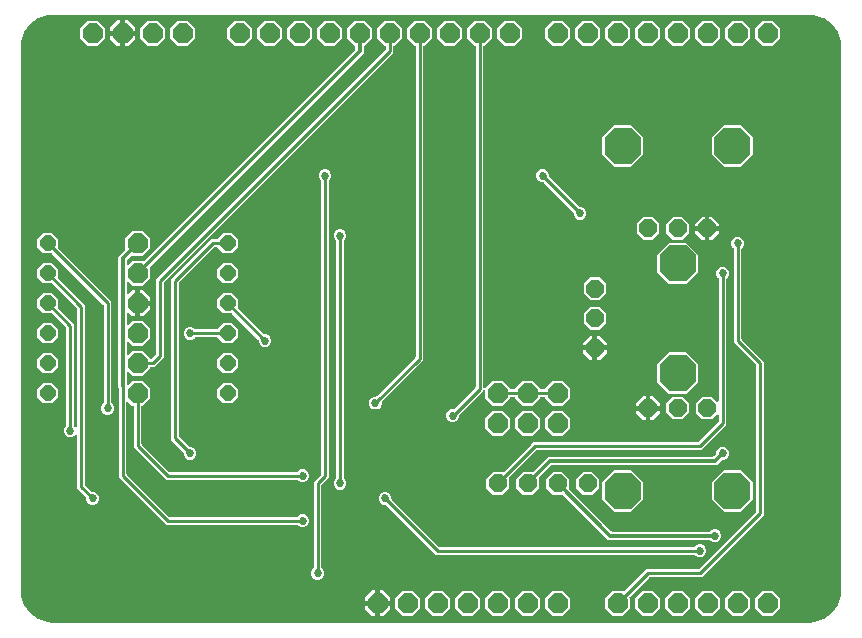
<source format=gbl>
G04 EAGLE Gerber RS-274X export*
G75*
%MOMM*%
%FSLAX34Y34*%
%LPD*%
%INBottom Copper*%
%IPPOS*%
%AMOC8*
5,1,8,0,0,1.08239X$1,22.5*%
G01*
%ADD10P,1.415766X8X112.500000*%
%ADD11P,1.814519X8X22.500000*%
%ADD12P,1.632244X8X112.500000*%
%ADD13P,1.814519X8X202.500000*%
%ADD14P,1.814519X8X112.500000*%
%ADD15P,1.632244X8X22.500000*%
%ADD16P,3.372727X8X22.500000*%
%ADD17P,1.632244X8X292.500000*%
%ADD18P,3.372727X8X292.500000*%
%ADD19P,1.632244X8X202.500000*%
%ADD20P,3.372727X8X202.500000*%
%ADD21C,0.254000*%
%ADD22C,0.685800*%
%ADD23C,0.304800*%

G36*
X670044Y2547D02*
X670044Y2547D01*
X670080Y2544D01*
X674216Y2869D01*
X674375Y2905D01*
X674450Y2916D01*
X682319Y5473D01*
X682574Y5597D01*
X682588Y5610D01*
X682602Y5617D01*
X689295Y10480D01*
X689500Y10678D01*
X689509Y10694D01*
X689520Y10705D01*
X694383Y17398D01*
X694516Y17649D01*
X694520Y17667D01*
X694527Y17681D01*
X697084Y25550D01*
X697105Y25671D01*
X697122Y25724D01*
X697123Y25752D01*
X697131Y25784D01*
X697456Y29920D01*
X697453Y29965D01*
X697459Y30000D01*
X697459Y490000D01*
X697453Y490044D01*
X697456Y490080D01*
X697131Y494216D01*
X697095Y494375D01*
X697084Y494450D01*
X694527Y502319D01*
X694471Y502435D01*
X694470Y502435D01*
X694403Y502574D01*
X694390Y502588D01*
X694383Y502602D01*
X689520Y509295D01*
X689322Y509500D01*
X689306Y509509D01*
X689295Y509520D01*
X682602Y514383D01*
X682351Y514516D01*
X682333Y514520D01*
X682319Y514527D01*
X674450Y517084D01*
X674290Y517112D01*
X674216Y517131D01*
X670080Y517456D01*
X670035Y517453D01*
X670000Y517459D01*
X30000Y517459D01*
X29956Y517453D01*
X29920Y517456D01*
X25784Y517131D01*
X25625Y517095D01*
X25550Y517084D01*
X17681Y514527D01*
X17426Y514403D01*
X17412Y514390D01*
X17398Y514383D01*
X10705Y509520D01*
X10500Y509322D01*
X10491Y509306D01*
X10480Y509295D01*
X5617Y502602D01*
X5565Y502504D01*
X5551Y502483D01*
X5546Y502469D01*
X5484Y502351D01*
X5480Y502333D01*
X5473Y502319D01*
X2916Y494450D01*
X2888Y494290D01*
X2869Y494216D01*
X2544Y490080D01*
X2547Y490035D01*
X2541Y490000D01*
X2541Y30000D01*
X2547Y29956D01*
X2544Y29920D01*
X2869Y25784D01*
X2871Y25777D01*
X2871Y25775D01*
X2874Y25761D01*
X2905Y25625D01*
X2916Y25550D01*
X5473Y17681D01*
X5597Y17426D01*
X5610Y17412D01*
X5617Y17398D01*
X10480Y10705D01*
X10678Y10500D01*
X10694Y10491D01*
X10705Y10480D01*
X17398Y5617D01*
X17649Y5484D01*
X17667Y5480D01*
X17681Y5473D01*
X25550Y2916D01*
X25710Y2888D01*
X25784Y2869D01*
X29920Y2544D01*
X29965Y2547D01*
X30000Y2541D01*
X670000Y2541D01*
X670044Y2547D01*
G37*
%LPC*%
G36*
X240214Y83438D02*
X240214Y83438D01*
X238206Y84270D01*
X237176Y85300D01*
X237106Y85352D01*
X237042Y85412D01*
X236993Y85438D01*
X236949Y85471D01*
X236867Y85502D01*
X236789Y85542D01*
X236742Y85550D01*
X236683Y85572D01*
X236535Y85584D01*
X236458Y85597D01*
X125632Y85597D01*
X85597Y125632D01*
X85597Y201052D01*
X85585Y201139D01*
X85582Y201226D01*
X85565Y201279D01*
X85557Y201334D01*
X85522Y201413D01*
X85495Y201497D01*
X85467Y201536D01*
X85441Y201593D01*
X85345Y201706D01*
X85343Y201709D01*
X85343Y312623D01*
X87724Y315004D01*
X91003Y318283D01*
X91038Y318329D01*
X91080Y318370D01*
X91123Y318443D01*
X91174Y318510D01*
X91195Y318565D01*
X91224Y318615D01*
X91245Y318697D01*
X91275Y318776D01*
X91280Y318834D01*
X91294Y318891D01*
X91292Y318975D01*
X91298Y319059D01*
X91287Y319116D01*
X91285Y319175D01*
X91259Y319255D01*
X91243Y319338D01*
X91216Y319390D01*
X91198Y319445D01*
X91185Y319463D01*
X91185Y328164D01*
X97286Y334265D01*
X105914Y334265D01*
X112015Y328164D01*
X112015Y319536D01*
X105914Y313435D01*
X97211Y313435D01*
X97187Y313444D01*
X97136Y313474D01*
X97055Y313495D01*
X96976Y313525D01*
X96917Y313530D01*
X96861Y313544D01*
X96777Y313541D01*
X96693Y313549D01*
X96635Y313537D01*
X96577Y313535D01*
X96496Y313509D01*
X96414Y313493D01*
X96362Y313466D01*
X96306Y313448D01*
X96250Y313408D01*
X96161Y313362D01*
X96089Y313293D01*
X96033Y313253D01*
X92754Y309974D01*
X92702Y309904D01*
X92642Y309840D01*
X92616Y309791D01*
X92583Y309747D01*
X92552Y309665D01*
X92512Y309587D01*
X92504Y309540D01*
X92482Y309481D01*
X92470Y309334D01*
X92457Y309256D01*
X92457Y306486D01*
X92461Y306457D01*
X92458Y306428D01*
X92481Y306317D01*
X92497Y306205D01*
X92509Y306178D01*
X92514Y306149D01*
X92567Y306049D01*
X92613Y305945D01*
X92632Y305923D01*
X92645Y305897D01*
X92723Y305815D01*
X92796Y305728D01*
X92821Y305712D01*
X92841Y305691D01*
X92939Y305634D01*
X93033Y305571D01*
X93061Y305562D01*
X93086Y305547D01*
X93196Y305519D01*
X93304Y305485D01*
X93334Y305484D01*
X93362Y305477D01*
X93475Y305481D01*
X93588Y305478D01*
X93617Y305485D01*
X93646Y305486D01*
X93754Y305521D01*
X93863Y305550D01*
X93889Y305565D01*
X93917Y305574D01*
X93980Y305619D01*
X94108Y305695D01*
X94151Y305741D01*
X94190Y305769D01*
X97286Y308865D01*
X105989Y308865D01*
X106013Y308856D01*
X106064Y308826D01*
X106145Y308805D01*
X106224Y308775D01*
X106283Y308770D01*
X106339Y308756D01*
X106423Y308759D01*
X106507Y308751D01*
X106565Y308763D01*
X106623Y308765D01*
X106704Y308791D01*
X106786Y308807D01*
X106838Y308834D01*
X106894Y308852D01*
X106950Y308892D01*
X107039Y308938D01*
X107111Y309007D01*
X107167Y309047D01*
X285706Y487586D01*
X285758Y487656D01*
X285818Y487720D01*
X285844Y487769D01*
X285877Y487813D01*
X285908Y487895D01*
X285948Y487973D01*
X285956Y488020D01*
X285978Y488079D01*
X285990Y488226D01*
X286003Y488304D01*
X286003Y490220D01*
X285995Y490278D01*
X285997Y490336D01*
X285975Y490418D01*
X285963Y490502D01*
X285940Y490555D01*
X285925Y490611D01*
X285882Y490684D01*
X285847Y490761D01*
X285809Y490806D01*
X285780Y490856D01*
X285718Y490914D01*
X285664Y490978D01*
X285615Y491010D01*
X285572Y491050D01*
X285497Y491089D01*
X285427Y491136D01*
X285371Y491153D01*
X285319Y491180D01*
X285298Y491183D01*
X279145Y497336D01*
X279145Y505964D01*
X285246Y512065D01*
X293874Y512065D01*
X299975Y505964D01*
X299975Y497336D01*
X293821Y491182D01*
X293797Y491172D01*
X293741Y491157D01*
X293668Y491114D01*
X293591Y491079D01*
X293546Y491041D01*
X293496Y491012D01*
X293438Y490950D01*
X293374Y490896D01*
X293342Y490847D01*
X293302Y490804D01*
X293263Y490729D01*
X293216Y490659D01*
X293199Y490603D01*
X293172Y490551D01*
X293161Y490483D01*
X293131Y490388D01*
X293128Y490288D01*
X293117Y490220D01*
X293117Y484937D01*
X290736Y482556D01*
X112197Y304017D01*
X112162Y303971D01*
X112120Y303930D01*
X112077Y303857D01*
X112026Y303790D01*
X112005Y303735D01*
X111976Y303685D01*
X111955Y303603D01*
X111925Y303524D01*
X111920Y303466D01*
X111906Y303409D01*
X111908Y303325D01*
X111902Y303241D01*
X111913Y303184D01*
X111915Y303125D01*
X111941Y303045D01*
X111957Y302962D01*
X111984Y302910D01*
X112002Y302855D01*
X112015Y302837D01*
X112015Y294136D01*
X105914Y288035D01*
X97286Y288035D01*
X94190Y291131D01*
X94166Y291149D01*
X94147Y291172D01*
X94053Y291234D01*
X93963Y291302D01*
X93935Y291313D01*
X93911Y291329D01*
X93803Y291363D01*
X93697Y291404D01*
X93668Y291406D01*
X93640Y291415D01*
X93526Y291418D01*
X93414Y291427D01*
X93385Y291421D01*
X93356Y291422D01*
X93246Y291394D01*
X93135Y291371D01*
X93109Y291358D01*
X93081Y291350D01*
X92983Y291293D01*
X92883Y291240D01*
X92861Y291220D01*
X92836Y291205D01*
X92759Y291123D01*
X92677Y291045D01*
X92662Y291019D01*
X92642Y290998D01*
X92590Y290897D01*
X92533Y290799D01*
X92526Y290771D01*
X92512Y290745D01*
X92499Y290667D01*
X92463Y290524D01*
X92465Y290461D01*
X92457Y290414D01*
X92457Y281805D01*
X92461Y281776D01*
X92458Y281747D01*
X92481Y281635D01*
X92497Y281523D01*
X92509Y281497D01*
X92514Y281468D01*
X92567Y281367D01*
X92613Y281264D01*
X92632Y281242D01*
X92645Y281215D01*
X92723Y281133D01*
X92796Y281047D01*
X92821Y281031D01*
X92841Y281009D01*
X92939Y280952D01*
X93033Y280889D01*
X93061Y280880D01*
X93086Y280866D01*
X93196Y280838D01*
X93304Y280804D01*
X93334Y280803D01*
X93362Y280796D01*
X93475Y280799D01*
X93588Y280796D01*
X93617Y280804D01*
X93646Y280805D01*
X93754Y280839D01*
X93863Y280868D01*
X93889Y280883D01*
X93917Y280892D01*
X93980Y280938D01*
X94108Y281013D01*
X94151Y281059D01*
X94190Y281087D01*
X97076Y283973D01*
X99569Y283973D01*
X99569Y274066D01*
X99577Y274008D01*
X99575Y273950D01*
X99597Y273868D01*
X99609Y273785D01*
X99633Y273731D01*
X99647Y273675D01*
X99690Y273602D01*
X99725Y273525D01*
X99763Y273481D01*
X99793Y273430D01*
X99854Y273373D01*
X99909Y273308D01*
X99957Y273276D01*
X100000Y273236D01*
X100075Y273197D01*
X100145Y273151D01*
X100201Y273133D01*
X100253Y273106D01*
X100321Y273095D01*
X100416Y273065D01*
X100516Y273062D01*
X100584Y273051D01*
X101601Y273051D01*
X101601Y273049D01*
X100584Y273049D01*
X100526Y273041D01*
X100468Y273042D01*
X100386Y273021D01*
X100303Y273009D01*
X100249Y272985D01*
X100193Y272971D01*
X100120Y272928D01*
X100043Y272893D01*
X99998Y272855D01*
X99948Y272825D01*
X99890Y272764D01*
X99826Y272709D01*
X99794Y272661D01*
X99754Y272618D01*
X99715Y272543D01*
X99669Y272473D01*
X99651Y272417D01*
X99624Y272365D01*
X99613Y272297D01*
X99583Y272202D01*
X99580Y272102D01*
X99569Y272034D01*
X99569Y262127D01*
X97076Y262127D01*
X94190Y265013D01*
X94166Y265031D01*
X94147Y265053D01*
X94053Y265116D01*
X93963Y265184D01*
X93935Y265194D01*
X93911Y265211D01*
X93803Y265245D01*
X93697Y265285D01*
X93668Y265288D01*
X93640Y265296D01*
X93526Y265299D01*
X93414Y265309D01*
X93385Y265303D01*
X93356Y265304D01*
X93246Y265275D01*
X93135Y265253D01*
X93109Y265239D01*
X93081Y265232D01*
X92983Y265174D01*
X92883Y265122D01*
X92861Y265102D01*
X92836Y265087D01*
X92759Y265004D01*
X92677Y264926D01*
X92662Y264901D01*
X92642Y264879D01*
X92590Y264779D01*
X92533Y264681D01*
X92526Y264652D01*
X92512Y264626D01*
X92499Y264549D01*
X92463Y264405D01*
X92465Y264343D01*
X92457Y264295D01*
X92457Y255686D01*
X92461Y255657D01*
X92458Y255628D01*
X92481Y255517D01*
X92497Y255405D01*
X92509Y255378D01*
X92514Y255349D01*
X92567Y255249D01*
X92613Y255145D01*
X92632Y255123D01*
X92645Y255097D01*
X92723Y255015D01*
X92796Y254928D01*
X92821Y254912D01*
X92841Y254891D01*
X92939Y254834D01*
X93033Y254771D01*
X93061Y254762D01*
X93086Y254747D01*
X93196Y254719D01*
X93304Y254685D01*
X93334Y254684D01*
X93362Y254677D01*
X93475Y254681D01*
X93588Y254678D01*
X93617Y254685D01*
X93646Y254686D01*
X93754Y254721D01*
X93863Y254750D01*
X93889Y254765D01*
X93917Y254774D01*
X93980Y254819D01*
X94108Y254895D01*
X94151Y254941D01*
X94190Y254969D01*
X97286Y258065D01*
X105914Y258065D01*
X112015Y251964D01*
X112015Y243336D01*
X105914Y237235D01*
X97286Y237235D01*
X94190Y240331D01*
X94166Y240349D01*
X94147Y240372D01*
X94053Y240434D01*
X93963Y240502D01*
X93935Y240513D01*
X93911Y240529D01*
X93803Y240563D01*
X93697Y240604D01*
X93668Y240606D01*
X93640Y240615D01*
X93526Y240618D01*
X93414Y240627D01*
X93385Y240621D01*
X93356Y240622D01*
X93246Y240594D01*
X93135Y240571D01*
X93109Y240558D01*
X93081Y240550D01*
X92983Y240493D01*
X92883Y240440D01*
X92861Y240420D01*
X92836Y240405D01*
X92759Y240323D01*
X92677Y240245D01*
X92662Y240219D01*
X92642Y240198D01*
X92590Y240097D01*
X92533Y239999D01*
X92526Y239971D01*
X92512Y239945D01*
X92499Y239867D01*
X92463Y239724D01*
X92465Y239661D01*
X92457Y239614D01*
X92457Y230286D01*
X92461Y230257D01*
X92458Y230228D01*
X92481Y230117D01*
X92497Y230005D01*
X92509Y229978D01*
X92514Y229949D01*
X92567Y229849D01*
X92613Y229745D01*
X92632Y229723D01*
X92645Y229697D01*
X92723Y229615D01*
X92796Y229528D01*
X92821Y229512D01*
X92841Y229491D01*
X92939Y229434D01*
X93033Y229371D01*
X93061Y229362D01*
X93086Y229347D01*
X93196Y229319D01*
X93304Y229285D01*
X93334Y229284D01*
X93362Y229277D01*
X93475Y229281D01*
X93588Y229278D01*
X93617Y229285D01*
X93646Y229286D01*
X93754Y229321D01*
X93863Y229350D01*
X93889Y229365D01*
X93917Y229374D01*
X93980Y229419D01*
X94108Y229495D01*
X94151Y229541D01*
X94190Y229569D01*
X97286Y232665D01*
X105914Y232665D01*
X112261Y226318D01*
X112308Y226282D01*
X112348Y226240D01*
X112421Y226197D01*
X112488Y226147D01*
X112543Y226126D01*
X112593Y226096D01*
X112675Y226076D01*
X112754Y226045D01*
X112812Y226041D01*
X112869Y226026D01*
X112953Y226029D01*
X113037Y226022D01*
X113094Y226033D01*
X113153Y226035D01*
X113233Y226061D01*
X113316Y226078D01*
X113368Y226105D01*
X113423Y226123D01*
X113480Y226163D01*
X113568Y226209D01*
X113641Y226278D01*
X113697Y226318D01*
X117050Y229671D01*
X117102Y229740D01*
X117162Y229804D01*
X117188Y229854D01*
X117221Y229898D01*
X117252Y229980D01*
X117292Y230058D01*
X117300Y230105D01*
X117322Y230164D01*
X117334Y230311D01*
X117347Y230389D01*
X117347Y293468D01*
X311360Y487481D01*
X311412Y487550D01*
X311472Y487614D01*
X311498Y487664D01*
X311531Y487708D01*
X311562Y487790D01*
X311602Y487868D01*
X311610Y487915D01*
X311632Y487974D01*
X311644Y488121D01*
X311657Y488199D01*
X311657Y490220D01*
X311649Y490278D01*
X311651Y490336D01*
X311629Y490418D01*
X311617Y490502D01*
X311594Y490555D01*
X311579Y490611D01*
X311536Y490684D01*
X311501Y490761D01*
X311463Y490806D01*
X311434Y490856D01*
X311372Y490914D01*
X311318Y490978D01*
X311269Y491010D01*
X311226Y491050D01*
X311151Y491089D01*
X311081Y491136D01*
X311025Y491153D01*
X310973Y491180D01*
X310905Y491191D01*
X310810Y491221D01*
X310710Y491224D01*
X310647Y491234D01*
X304545Y497336D01*
X304545Y505964D01*
X310646Y512065D01*
X319274Y512065D01*
X325375Y505964D01*
X325375Y497336D01*
X319273Y491235D01*
X319220Y491227D01*
X319162Y491229D01*
X319080Y491207D01*
X318996Y491195D01*
X318943Y491172D01*
X318887Y491157D01*
X318814Y491114D01*
X318737Y491079D01*
X318692Y491041D01*
X318642Y491012D01*
X318584Y490950D01*
X318520Y490896D01*
X318488Y490847D01*
X318448Y490804D01*
X318409Y490729D01*
X318362Y490659D01*
X318345Y490603D01*
X318318Y490551D01*
X318307Y490483D01*
X318277Y490388D01*
X318274Y490288D01*
X318263Y490220D01*
X318263Y485042D01*
X124250Y291029D01*
X124198Y290960D01*
X124138Y290896D01*
X124112Y290846D01*
X124079Y290802D01*
X124048Y290720D01*
X124008Y290642D01*
X124000Y290595D01*
X123978Y290536D01*
X123966Y290389D01*
X123953Y290311D01*
X123953Y227232D01*
X115668Y218947D01*
X113030Y218947D01*
X112972Y218939D01*
X112914Y218941D01*
X112832Y218919D01*
X112748Y218907D01*
X112695Y218884D01*
X112639Y218869D01*
X112566Y218826D01*
X112489Y218791D01*
X112444Y218753D01*
X112394Y218724D01*
X112336Y218662D01*
X112272Y218608D01*
X112240Y218559D01*
X112200Y218516D01*
X112161Y218441D01*
X112114Y218371D01*
X112097Y218315D01*
X112070Y218263D01*
X112059Y218195D01*
X112029Y218100D01*
X112026Y218000D01*
X112016Y217937D01*
X105914Y211835D01*
X97286Y211835D01*
X94190Y214931D01*
X94166Y214949D01*
X94147Y214972D01*
X94053Y215034D01*
X93963Y215102D01*
X93935Y215113D01*
X93911Y215129D01*
X93803Y215163D01*
X93697Y215204D01*
X93668Y215206D01*
X93640Y215215D01*
X93526Y215218D01*
X93414Y215227D01*
X93385Y215221D01*
X93356Y215222D01*
X93246Y215194D01*
X93135Y215171D01*
X93109Y215158D01*
X93081Y215150D01*
X92983Y215093D01*
X92883Y215040D01*
X92861Y215020D01*
X92836Y215005D01*
X92759Y214923D01*
X92677Y214845D01*
X92662Y214819D01*
X92642Y214798D01*
X92590Y214697D01*
X92533Y214599D01*
X92526Y214571D01*
X92512Y214545D01*
X92499Y214467D01*
X92463Y214324D01*
X92465Y214261D01*
X92457Y214214D01*
X92457Y204886D01*
X92461Y204857D01*
X92458Y204828D01*
X92481Y204717D01*
X92497Y204605D01*
X92509Y204578D01*
X92514Y204549D01*
X92567Y204449D01*
X92613Y204345D01*
X92632Y204323D01*
X92645Y204297D01*
X92723Y204215D01*
X92796Y204128D01*
X92821Y204112D01*
X92841Y204091D01*
X92939Y204034D01*
X93033Y203971D01*
X93061Y203962D01*
X93086Y203947D01*
X93196Y203919D01*
X93304Y203885D01*
X93334Y203884D01*
X93362Y203877D01*
X93475Y203881D01*
X93588Y203878D01*
X93617Y203885D01*
X93646Y203886D01*
X93754Y203921D01*
X93863Y203950D01*
X93889Y203965D01*
X93917Y203974D01*
X93980Y204019D01*
X94108Y204095D01*
X94151Y204141D01*
X94190Y204169D01*
X97286Y207265D01*
X105914Y207265D01*
X112015Y201164D01*
X112015Y192536D01*
X105913Y186435D01*
X105860Y186427D01*
X105802Y186429D01*
X105720Y186407D01*
X105636Y186395D01*
X105583Y186372D01*
X105527Y186357D01*
X105454Y186314D01*
X105377Y186279D01*
X105332Y186241D01*
X105282Y186212D01*
X105224Y186150D01*
X105160Y186096D01*
X105128Y186047D01*
X105088Y186004D01*
X105049Y185929D01*
X105002Y185859D01*
X104985Y185803D01*
X104958Y185751D01*
X104947Y185683D01*
X104917Y185588D01*
X104914Y185488D01*
X104903Y185420D01*
X104903Y154189D01*
X104915Y154102D01*
X104918Y154015D01*
X104935Y153962D01*
X104943Y153907D01*
X104978Y153827D01*
X105005Y153744D01*
X105033Y153705D01*
X105059Y153648D01*
X105155Y153534D01*
X105200Y153471D01*
X128071Y130600D01*
X128140Y130548D01*
X128204Y130488D01*
X128254Y130462D01*
X128298Y130429D01*
X128380Y130398D01*
X128458Y130358D01*
X128505Y130350D01*
X128564Y130328D01*
X128711Y130316D01*
X128789Y130303D01*
X236458Y130303D01*
X236545Y130315D01*
X236632Y130318D01*
X236685Y130335D01*
X236740Y130343D01*
X236819Y130378D01*
X236903Y130405D01*
X236942Y130433D01*
X236999Y130459D01*
X237112Y130555D01*
X237176Y130600D01*
X238206Y131630D01*
X240214Y132462D01*
X242386Y132462D01*
X244394Y131630D01*
X245930Y130094D01*
X246762Y128086D01*
X246762Y125914D01*
X245930Y123906D01*
X244394Y122370D01*
X242386Y121538D01*
X240214Y121538D01*
X238206Y122370D01*
X237176Y123400D01*
X237106Y123452D01*
X237042Y123512D01*
X236993Y123538D01*
X236949Y123571D01*
X236867Y123602D01*
X236789Y123642D01*
X236742Y123650D01*
X236683Y123672D01*
X236535Y123684D01*
X236458Y123697D01*
X125632Y123697D01*
X98297Y151032D01*
X98297Y185420D01*
X98289Y185478D01*
X98291Y185536D01*
X98269Y185618D01*
X98257Y185702D01*
X98234Y185755D01*
X98219Y185811D01*
X98176Y185884D01*
X98141Y185961D01*
X98103Y186006D01*
X98074Y186056D01*
X98012Y186114D01*
X97958Y186178D01*
X97909Y186210D01*
X97866Y186250D01*
X97791Y186289D01*
X97721Y186336D01*
X97665Y186353D01*
X97613Y186380D01*
X97545Y186391D01*
X97450Y186421D01*
X97350Y186424D01*
X97287Y186434D01*
X93936Y189785D01*
X93912Y189803D01*
X93893Y189826D01*
X93799Y189888D01*
X93709Y189956D01*
X93681Y189967D01*
X93657Y189983D01*
X93549Y190017D01*
X93443Y190058D01*
X93414Y190060D01*
X93386Y190069D01*
X93272Y190072D01*
X93160Y190081D01*
X93131Y190075D01*
X93102Y190076D01*
X92992Y190048D01*
X92881Y190025D01*
X92855Y190012D01*
X92827Y190004D01*
X92729Y189947D01*
X92629Y189894D01*
X92607Y189874D01*
X92582Y189859D01*
X92505Y189777D01*
X92423Y189699D01*
X92408Y189673D01*
X92388Y189652D01*
X92336Y189551D01*
X92279Y189453D01*
X92272Y189425D01*
X92258Y189399D01*
X92245Y189321D01*
X92209Y189178D01*
X92211Y189115D01*
X92203Y189068D01*
X92203Y128789D01*
X92215Y128702D01*
X92218Y128615D01*
X92235Y128562D01*
X92243Y128507D01*
X92278Y128427D01*
X92305Y128344D01*
X92333Y128305D01*
X92359Y128248D01*
X92455Y128134D01*
X92500Y128071D01*
X128071Y92500D01*
X128140Y92448D01*
X128204Y92388D01*
X128254Y92362D01*
X128298Y92329D01*
X128380Y92298D01*
X128458Y92258D01*
X128505Y92250D01*
X128564Y92228D01*
X128711Y92216D01*
X128789Y92203D01*
X236458Y92203D01*
X236545Y92215D01*
X236632Y92218D01*
X236685Y92235D01*
X236740Y92243D01*
X236819Y92278D01*
X236903Y92305D01*
X236942Y92333D01*
X236999Y92359D01*
X237112Y92455D01*
X237176Y92500D01*
X238206Y93530D01*
X240214Y94362D01*
X242386Y94362D01*
X244394Y93530D01*
X245930Y91994D01*
X246762Y89986D01*
X246762Y87814D01*
X245930Y85806D01*
X244394Y84270D01*
X242386Y83438D01*
X240214Y83438D01*
G37*
%LPD*%
%LPC*%
G36*
X367214Y172338D02*
X367214Y172338D01*
X365206Y173170D01*
X363670Y174706D01*
X362838Y176714D01*
X362838Y178886D01*
X363670Y180894D01*
X365206Y182430D01*
X367214Y183262D01*
X368670Y183262D01*
X368757Y183274D01*
X368844Y183277D01*
X368897Y183294D01*
X368952Y183302D01*
X369032Y183337D01*
X369115Y183364D01*
X369154Y183392D01*
X369211Y183418D01*
X369325Y183514D01*
X369388Y183559D01*
X387560Y201731D01*
X387612Y201800D01*
X387672Y201864D01*
X387698Y201914D01*
X387731Y201958D01*
X387762Y202040D01*
X387802Y202118D01*
X387810Y202165D01*
X387832Y202224D01*
X387844Y202371D01*
X387857Y202449D01*
X387857Y490220D01*
X387849Y490278D01*
X387851Y490336D01*
X387829Y490418D01*
X387817Y490502D01*
X387794Y490555D01*
X387779Y490611D01*
X387736Y490684D01*
X387701Y490761D01*
X387663Y490806D01*
X387634Y490856D01*
X387572Y490914D01*
X387518Y490978D01*
X387469Y491010D01*
X387426Y491050D01*
X387351Y491089D01*
X387281Y491136D01*
X387225Y491153D01*
X387173Y491180D01*
X387105Y491191D01*
X387010Y491221D01*
X386910Y491224D01*
X386847Y491234D01*
X380745Y497336D01*
X380745Y505964D01*
X386846Y512065D01*
X395474Y512065D01*
X401575Y505964D01*
X401575Y497336D01*
X395473Y491235D01*
X395420Y491227D01*
X395362Y491229D01*
X395280Y491207D01*
X395196Y491195D01*
X395143Y491172D01*
X395087Y491157D01*
X395014Y491114D01*
X394937Y491079D01*
X394892Y491041D01*
X394842Y491012D01*
X394784Y490950D01*
X394720Y490896D01*
X394688Y490847D01*
X394648Y490804D01*
X394609Y490729D01*
X394562Y490659D01*
X394545Y490603D01*
X394518Y490551D01*
X394507Y490483D01*
X394477Y490388D01*
X394474Y490288D01*
X394463Y490220D01*
X394463Y202092D01*
X394467Y202063D01*
X394464Y202034D01*
X394487Y201923D01*
X394503Y201811D01*
X394515Y201784D01*
X394520Y201755D01*
X394572Y201655D01*
X394619Y201551D01*
X394638Y201529D01*
X394651Y201503D01*
X394729Y201421D01*
X394802Y201334D01*
X394827Y201318D01*
X394847Y201297D01*
X394945Y201240D01*
X395039Y201177D01*
X395067Y201168D01*
X395092Y201153D01*
X395202Y201125D01*
X395310Y201091D01*
X395340Y201090D01*
X395368Y201083D01*
X395481Y201087D01*
X395594Y201084D01*
X395623Y201091D01*
X395652Y201092D01*
X395760Y201127D01*
X395869Y201156D01*
X395895Y201171D01*
X395923Y201180D01*
X395986Y201225D01*
X396114Y201301D01*
X396157Y201347D01*
X396196Y201375D01*
X402086Y207265D01*
X410714Y207265D01*
X416815Y201163D01*
X416823Y201110D01*
X416821Y201052D01*
X416843Y200970D01*
X416855Y200886D01*
X416878Y200833D01*
X416893Y200777D01*
X416936Y200704D01*
X416971Y200627D01*
X417009Y200582D01*
X417038Y200532D01*
X417100Y200474D01*
X417154Y200410D01*
X417203Y200378D01*
X417246Y200338D01*
X417321Y200299D01*
X417391Y200252D01*
X417447Y200235D01*
X417499Y200208D01*
X417567Y200197D01*
X417662Y200167D01*
X417762Y200164D01*
X417830Y200153D01*
X420370Y200153D01*
X420428Y200161D01*
X420486Y200159D01*
X420568Y200181D01*
X420652Y200193D01*
X420705Y200216D01*
X420761Y200231D01*
X420834Y200274D01*
X420911Y200309D01*
X420956Y200347D01*
X421006Y200376D01*
X421064Y200438D01*
X421128Y200492D01*
X421160Y200541D01*
X421200Y200584D01*
X421239Y200659D01*
X421286Y200729D01*
X421303Y200785D01*
X421330Y200837D01*
X421341Y200905D01*
X421371Y201000D01*
X421374Y201100D01*
X421384Y201163D01*
X427486Y207265D01*
X436114Y207265D01*
X442215Y201163D01*
X442223Y201110D01*
X442221Y201052D01*
X442243Y200970D01*
X442255Y200886D01*
X442278Y200833D01*
X442293Y200777D01*
X442336Y200704D01*
X442371Y200627D01*
X442409Y200582D01*
X442438Y200532D01*
X442500Y200474D01*
X442554Y200410D01*
X442603Y200378D01*
X442646Y200338D01*
X442721Y200299D01*
X442791Y200252D01*
X442847Y200235D01*
X442899Y200208D01*
X442967Y200197D01*
X443062Y200167D01*
X443162Y200164D01*
X443230Y200153D01*
X445770Y200153D01*
X445828Y200161D01*
X445886Y200159D01*
X445968Y200181D01*
X446052Y200193D01*
X446105Y200216D01*
X446161Y200231D01*
X446234Y200274D01*
X446311Y200309D01*
X446356Y200347D01*
X446406Y200376D01*
X446464Y200438D01*
X446528Y200492D01*
X446560Y200541D01*
X446600Y200584D01*
X446639Y200659D01*
X446686Y200729D01*
X446703Y200785D01*
X446730Y200837D01*
X446741Y200905D01*
X446771Y201000D01*
X446774Y201100D01*
X446784Y201163D01*
X452886Y207265D01*
X461514Y207265D01*
X467615Y201164D01*
X467615Y192536D01*
X461514Y186435D01*
X452886Y186435D01*
X446785Y192537D01*
X446777Y192590D01*
X446779Y192648D01*
X446757Y192730D01*
X446745Y192814D01*
X446722Y192867D01*
X446707Y192923D01*
X446664Y192996D01*
X446629Y193073D01*
X446591Y193118D01*
X446562Y193168D01*
X446500Y193226D01*
X446446Y193290D01*
X446397Y193322D01*
X446354Y193362D01*
X446279Y193401D01*
X446209Y193448D01*
X446153Y193465D01*
X446101Y193492D01*
X446033Y193503D01*
X445938Y193533D01*
X445838Y193536D01*
X445770Y193547D01*
X443230Y193547D01*
X443172Y193539D01*
X443114Y193541D01*
X443032Y193519D01*
X442948Y193507D01*
X442895Y193484D01*
X442839Y193469D01*
X442766Y193426D01*
X442689Y193391D01*
X442644Y193353D01*
X442594Y193324D01*
X442536Y193262D01*
X442472Y193208D01*
X442440Y193159D01*
X442400Y193116D01*
X442361Y193041D01*
X442314Y192971D01*
X442297Y192915D01*
X442270Y192863D01*
X442259Y192795D01*
X442229Y192700D01*
X442226Y192600D01*
X442216Y192537D01*
X436114Y186435D01*
X427486Y186435D01*
X421385Y192537D01*
X421377Y192590D01*
X421379Y192648D01*
X421357Y192730D01*
X421345Y192814D01*
X421322Y192867D01*
X421307Y192923D01*
X421264Y192996D01*
X421229Y193073D01*
X421191Y193118D01*
X421162Y193168D01*
X421100Y193226D01*
X421046Y193290D01*
X420997Y193322D01*
X420954Y193362D01*
X420879Y193401D01*
X420809Y193448D01*
X420753Y193465D01*
X420701Y193492D01*
X420633Y193503D01*
X420538Y193533D01*
X420438Y193536D01*
X420370Y193547D01*
X417830Y193547D01*
X417772Y193539D01*
X417714Y193541D01*
X417632Y193519D01*
X417548Y193507D01*
X417495Y193484D01*
X417439Y193469D01*
X417366Y193426D01*
X417289Y193391D01*
X417244Y193353D01*
X417194Y193324D01*
X417136Y193262D01*
X417072Y193208D01*
X417040Y193159D01*
X417000Y193116D01*
X416961Y193041D01*
X416914Y192971D01*
X416897Y192915D01*
X416870Y192863D01*
X416859Y192795D01*
X416829Y192700D01*
X416826Y192600D01*
X416816Y192537D01*
X410714Y186435D01*
X402086Y186435D01*
X395985Y192536D01*
X395985Y198363D01*
X395981Y198393D01*
X395984Y198422D01*
X395961Y198533D01*
X395945Y198645D01*
X395933Y198672D01*
X395928Y198700D01*
X395876Y198801D01*
X395829Y198904D01*
X395810Y198927D01*
X395797Y198953D01*
X395719Y199035D01*
X395646Y199121D01*
X395621Y199138D01*
X395601Y199159D01*
X395503Y199216D01*
X395409Y199279D01*
X395381Y199288D01*
X395356Y199303D01*
X395246Y199331D01*
X395138Y199365D01*
X395108Y199366D01*
X395080Y199373D01*
X394967Y199369D01*
X394854Y199372D01*
X394825Y199365D01*
X394796Y199364D01*
X394688Y199329D01*
X394579Y199300D01*
X394553Y199285D01*
X394525Y199276D01*
X394462Y199231D01*
X394334Y199155D01*
X394291Y199109D01*
X394252Y199081D01*
X374059Y178888D01*
X374044Y178869D01*
X374028Y178854D01*
X373996Y178808D01*
X373947Y178755D01*
X373921Y178705D01*
X373888Y178661D01*
X373874Y178624D01*
X373870Y178618D01*
X373862Y178591D01*
X373857Y178579D01*
X373817Y178501D01*
X373809Y178454D01*
X373787Y178395D01*
X373775Y178248D01*
X373762Y178170D01*
X373762Y176714D01*
X372930Y174706D01*
X371394Y173170D01*
X369386Y172338D01*
X367214Y172338D01*
G37*
%LPD*%
%LPC*%
G36*
X503686Y8635D02*
X503686Y8635D01*
X497585Y14736D01*
X497585Y23364D01*
X503686Y29465D01*
X512315Y29465D01*
X512358Y29433D01*
X512398Y29390D01*
X512471Y29347D01*
X512538Y29297D01*
X512593Y29276D01*
X512643Y29246D01*
X512725Y29226D01*
X512804Y29196D01*
X512862Y29191D01*
X512919Y29176D01*
X513003Y29179D01*
X513087Y29172D01*
X513145Y29183D01*
X513203Y29185D01*
X513283Y29211D01*
X513366Y29228D01*
X513418Y29255D01*
X513473Y29273D01*
X513530Y29313D01*
X513618Y29359D01*
X513691Y29428D01*
X513747Y29468D01*
X532032Y47753D01*
X576061Y47753D01*
X576148Y47765D01*
X576235Y47768D01*
X576288Y47785D01*
X576343Y47793D01*
X576423Y47828D01*
X576506Y47855D01*
X576545Y47883D01*
X576602Y47909D01*
X576716Y48005D01*
X576779Y48050D01*
X625050Y96321D01*
X625102Y96390D01*
X625162Y96454D01*
X625188Y96504D01*
X625221Y96548D01*
X625252Y96630D01*
X625292Y96708D01*
X625300Y96755D01*
X625322Y96814D01*
X625334Y96961D01*
X625347Y97039D01*
X625347Y220461D01*
X625335Y220548D01*
X625332Y220635D01*
X625315Y220688D01*
X625307Y220743D01*
X625272Y220823D01*
X625245Y220906D01*
X625217Y220945D01*
X625191Y221002D01*
X625095Y221116D01*
X625050Y221179D01*
X606297Y239932D01*
X606297Y319008D01*
X606285Y319095D01*
X606282Y319182D01*
X606265Y319235D01*
X606257Y319290D01*
X606222Y319369D01*
X606195Y319453D01*
X606167Y319492D01*
X606141Y319549D01*
X606045Y319662D01*
X606000Y319726D01*
X604970Y320756D01*
X604138Y322764D01*
X604138Y324936D01*
X604970Y326944D01*
X606506Y328480D01*
X608514Y329312D01*
X610686Y329312D01*
X612694Y328480D01*
X614230Y326944D01*
X615062Y324936D01*
X615062Y322764D01*
X614230Y320756D01*
X613200Y319726D01*
X613148Y319656D01*
X613088Y319592D01*
X613062Y319543D01*
X613029Y319499D01*
X612998Y319417D01*
X612958Y319339D01*
X612950Y319292D01*
X612928Y319233D01*
X612916Y319085D01*
X612903Y319008D01*
X612903Y243089D01*
X612909Y243041D01*
X612909Y243039D01*
X612910Y243036D01*
X612915Y243002D01*
X612918Y242915D01*
X612935Y242862D01*
X612943Y242807D01*
X612978Y242727D01*
X613005Y242644D01*
X613033Y242605D01*
X613059Y242548D01*
X613155Y242434D01*
X613200Y242371D01*
X631953Y223618D01*
X631953Y93882D01*
X579218Y41147D01*
X535189Y41147D01*
X535102Y41135D01*
X535015Y41132D01*
X534962Y41115D01*
X534907Y41107D01*
X534827Y41072D01*
X534744Y41045D01*
X534705Y41017D01*
X534648Y40991D01*
X534534Y40895D01*
X534471Y40850D01*
X518418Y24797D01*
X518383Y24750D01*
X518340Y24710D01*
X518297Y24637D01*
X518247Y24570D01*
X518226Y24515D01*
X518196Y24464D01*
X518175Y24383D01*
X518145Y24304D01*
X518141Y24246D01*
X518126Y24189D01*
X518129Y24105D01*
X518122Y24021D01*
X518133Y23963D01*
X518135Y23905D01*
X518161Y23825D01*
X518178Y23742D01*
X518205Y23690D01*
X518223Y23634D01*
X518263Y23578D01*
X518309Y23490D01*
X518378Y23417D01*
X518415Y23365D01*
X518415Y14736D01*
X512314Y8635D01*
X503686Y8635D01*
G37*
%LPD*%
%LPC*%
G36*
X402435Y111077D02*
X402435Y111077D01*
X396827Y116685D01*
X396827Y124615D01*
X402435Y130223D01*
X410549Y130223D01*
X410608Y130200D01*
X410667Y130195D01*
X410723Y130181D01*
X410808Y130184D01*
X410891Y130176D01*
X410949Y130188D01*
X411008Y130190D01*
X411088Y130216D01*
X411170Y130232D01*
X411222Y130259D01*
X411278Y130277D01*
X411334Y130317D01*
X411423Y130363D01*
X411495Y130432D01*
X411551Y130472D01*
X434550Y153471D01*
X436782Y155703D01*
X576061Y155703D01*
X576148Y155715D01*
X576235Y155718D01*
X576288Y155735D01*
X576343Y155743D01*
X576423Y155778D01*
X576506Y155805D01*
X576545Y155833D01*
X576602Y155859D01*
X576716Y155955D01*
X576779Y156000D01*
X593300Y172521D01*
X593352Y172590D01*
X593412Y172654D01*
X593438Y172704D01*
X593471Y172748D01*
X593502Y172830D01*
X593542Y172908D01*
X593550Y172955D01*
X593572Y173014D01*
X593584Y173161D01*
X593597Y173239D01*
X593597Y178108D01*
X593593Y178137D01*
X593596Y178167D01*
X593573Y178278D01*
X593557Y178390D01*
X593545Y178417D01*
X593540Y178445D01*
X593488Y178546D01*
X593441Y178649D01*
X593422Y178672D01*
X593409Y178698D01*
X593331Y178780D01*
X593258Y178866D01*
X593233Y178883D01*
X593213Y178904D01*
X593115Y178961D01*
X593021Y179024D01*
X592993Y179033D01*
X592968Y179048D01*
X592858Y179075D01*
X592750Y179110D01*
X592720Y179110D01*
X592692Y179118D01*
X592579Y179114D01*
X592466Y179117D01*
X592437Y179110D01*
X592408Y179109D01*
X592300Y179074D01*
X592191Y179045D01*
X592165Y179030D01*
X592137Y179021D01*
X592074Y178976D01*
X591946Y178900D01*
X591903Y178854D01*
X591864Y178826D01*
X587765Y174727D01*
X579835Y174727D01*
X574227Y180335D01*
X574227Y188265D01*
X579835Y193873D01*
X587765Y193873D01*
X591864Y189774D01*
X591888Y189756D01*
X591907Y189734D01*
X592001Y189671D01*
X592091Y189603D01*
X592119Y189592D01*
X592143Y189576D01*
X592251Y189542D01*
X592357Y189502D01*
X592386Y189499D01*
X592414Y189490D01*
X592528Y189487D01*
X592640Y189478D01*
X592669Y189484D01*
X592698Y189483D01*
X592808Y189512D01*
X592919Y189534D01*
X592945Y189547D01*
X592973Y189555D01*
X593071Y189613D01*
X593171Y189665D01*
X593193Y189685D01*
X593218Y189700D01*
X593295Y189783D01*
X593377Y189861D01*
X593392Y189886D01*
X593412Y189907D01*
X593464Y190008D01*
X593521Y190106D01*
X593528Y190134D01*
X593542Y190161D01*
X593555Y190238D01*
X593591Y190382D01*
X593589Y190444D01*
X593597Y190492D01*
X593597Y293608D01*
X593585Y293695D01*
X593582Y293782D01*
X593565Y293835D01*
X593557Y293890D01*
X593522Y293969D01*
X593495Y294053D01*
X593467Y294092D01*
X593441Y294149D01*
X593345Y294262D01*
X593300Y294326D01*
X592270Y295356D01*
X591438Y297364D01*
X591438Y299536D01*
X592270Y301544D01*
X593806Y303080D01*
X595814Y303912D01*
X597986Y303912D01*
X599994Y303080D01*
X601530Y301544D01*
X602362Y299536D01*
X602362Y297364D01*
X601530Y295356D01*
X600500Y294326D01*
X600448Y294256D01*
X600388Y294192D01*
X600362Y294143D01*
X600329Y294099D01*
X600298Y294017D01*
X600258Y293939D01*
X600250Y293892D01*
X600228Y293833D01*
X600216Y293685D01*
X600203Y293608D01*
X600203Y170082D01*
X579218Y149097D01*
X439939Y149097D01*
X439852Y149085D01*
X439765Y149082D01*
X439712Y149065D01*
X439657Y149057D01*
X439577Y149022D01*
X439494Y148995D01*
X439455Y148967D01*
X439398Y148941D01*
X439285Y148845D01*
X439221Y148800D01*
X416222Y125801D01*
X416187Y125755D01*
X416144Y125714D01*
X416102Y125642D01*
X416051Y125574D01*
X416030Y125519D01*
X416001Y125469D01*
X415980Y125387D01*
X415950Y125309D01*
X415945Y125250D01*
X415931Y125193D01*
X415933Y125109D01*
X415927Y125025D01*
X415938Y124968D01*
X415940Y124909D01*
X415966Y124829D01*
X415973Y124795D01*
X415973Y116685D01*
X410365Y111077D01*
X402435Y111077D01*
G37*
%LPD*%
%LPC*%
G36*
X62414Y102488D02*
X62414Y102488D01*
X60406Y103320D01*
X58870Y104856D01*
X58038Y106864D01*
X58038Y108320D01*
X58026Y108407D01*
X58023Y108494D01*
X58006Y108547D01*
X57998Y108602D01*
X57963Y108682D01*
X57936Y108765D01*
X57908Y108804D01*
X57882Y108861D01*
X57786Y108975D01*
X57741Y109038D01*
X50672Y116107D01*
X50672Y161147D01*
X50668Y161176D01*
X50671Y161205D01*
X50648Y161317D01*
X50632Y161429D01*
X50620Y161455D01*
X50615Y161484D01*
X50562Y161585D01*
X50516Y161688D01*
X50497Y161710D01*
X50484Y161737D01*
X50406Y161819D01*
X50333Y161905D01*
X50308Y161921D01*
X50288Y161943D01*
X50190Y162000D01*
X50096Y162063D01*
X50068Y162072D01*
X50043Y162086D01*
X49933Y162114D01*
X49825Y162148D01*
X49795Y162149D01*
X49767Y162156D01*
X49654Y162153D01*
X49541Y162156D01*
X49512Y162148D01*
X49483Y162147D01*
X49375Y162113D01*
X49266Y162084D01*
X49240Y162069D01*
X49212Y162060D01*
X49148Y162014D01*
X49021Y161939D01*
X48978Y161893D01*
X48939Y161865D01*
X47544Y160470D01*
X45536Y159638D01*
X43364Y159638D01*
X41356Y160470D01*
X39820Y162006D01*
X38988Y164014D01*
X38988Y166186D01*
X39820Y168194D01*
X40850Y169224D01*
X40902Y169294D01*
X40962Y169358D01*
X40988Y169407D01*
X41021Y169451D01*
X41052Y169533D01*
X41092Y169611D01*
X41100Y169658D01*
X41122Y169717D01*
X41134Y169865D01*
X41147Y169942D01*
X41147Y252211D01*
X41135Y252298D01*
X41132Y252385D01*
X41115Y252438D01*
X41107Y252493D01*
X41072Y252573D01*
X41045Y252656D01*
X41017Y252695D01*
X40991Y252752D01*
X40895Y252866D01*
X40850Y252929D01*
X29599Y264180D01*
X29530Y264232D01*
X29466Y264292D01*
X29416Y264318D01*
X29372Y264351D01*
X29290Y264382D01*
X29212Y264422D01*
X29165Y264430D01*
X29106Y264452D01*
X28959Y264464D01*
X28881Y264477D01*
X21849Y264477D01*
X16827Y269499D01*
X16827Y276601D01*
X21849Y281623D01*
X28951Y281623D01*
X33973Y276601D01*
X33973Y269569D01*
X33985Y269482D01*
X33988Y269395D01*
X34005Y269342D01*
X34013Y269287D01*
X34048Y269207D01*
X34075Y269124D01*
X34103Y269085D01*
X34129Y269028D01*
X34190Y268956D01*
X34214Y268916D01*
X34244Y268887D01*
X34270Y268851D01*
X47753Y255368D01*
X47753Y169942D01*
X47765Y169855D01*
X47768Y169768D01*
X47785Y169715D01*
X47793Y169660D01*
X47828Y169581D01*
X47855Y169497D01*
X47883Y169458D01*
X47909Y169401D01*
X48005Y169288D01*
X48050Y169224D01*
X48939Y168335D01*
X48963Y168317D01*
X48982Y168295D01*
X49076Y168232D01*
X49166Y168164D01*
X49194Y168154D01*
X49218Y168137D01*
X49326Y168103D01*
X49432Y168063D01*
X49461Y168060D01*
X49489Y168052D01*
X49603Y168049D01*
X49715Y168039D01*
X49744Y168045D01*
X49773Y168044D01*
X49883Y168073D01*
X49994Y168095D01*
X50020Y168109D01*
X50048Y168116D01*
X50146Y168174D01*
X50246Y168226D01*
X50268Y168246D01*
X50293Y168261D01*
X50370Y168344D01*
X50452Y168422D01*
X50467Y168447D01*
X50487Y168469D01*
X50539Y168570D01*
X50596Y168667D01*
X50603Y168696D01*
X50617Y168722D01*
X50630Y168799D01*
X50666Y168943D01*
X50664Y169005D01*
X50672Y169053D01*
X50672Y268086D01*
X50660Y268173D01*
X50657Y268260D01*
X50640Y268313D01*
X50632Y268368D01*
X50597Y268448D01*
X50570Y268531D01*
X50542Y268570D01*
X50516Y268627D01*
X50420Y268741D01*
X50375Y268804D01*
X29599Y289580D01*
X29530Y289632D01*
X29466Y289692D01*
X29416Y289718D01*
X29372Y289751D01*
X29290Y289782D01*
X29212Y289822D01*
X29165Y289830D01*
X29106Y289852D01*
X28959Y289864D01*
X28881Y289877D01*
X21849Y289877D01*
X16827Y294899D01*
X16827Y302001D01*
X21849Y307023D01*
X28951Y307023D01*
X33973Y302001D01*
X33973Y294969D01*
X33985Y294882D01*
X33988Y294795D01*
X34005Y294742D01*
X34013Y294687D01*
X34048Y294607D01*
X34075Y294524D01*
X34103Y294485D01*
X34129Y294428D01*
X34215Y294325D01*
X34232Y294297D01*
X34247Y294283D01*
X34270Y294251D01*
X57278Y271243D01*
X57278Y119264D01*
X57285Y119210D01*
X57284Y119178D01*
X57291Y119154D01*
X57293Y119090D01*
X57310Y119037D01*
X57318Y118982D01*
X57353Y118902D01*
X57380Y118819D01*
X57408Y118780D01*
X57434Y118723D01*
X57530Y118609D01*
X57575Y118546D01*
X62412Y113709D01*
X62481Y113657D01*
X62545Y113597D01*
X62595Y113571D01*
X62639Y113538D01*
X62721Y113507D01*
X62799Y113467D01*
X62846Y113459D01*
X62905Y113437D01*
X63052Y113425D01*
X63130Y113412D01*
X64586Y113412D01*
X66594Y112580D01*
X68130Y111044D01*
X68962Y109036D01*
X68962Y106864D01*
X68130Y104856D01*
X66594Y103320D01*
X64586Y102488D01*
X62414Y102488D01*
G37*
%LPD*%
%LPC*%
G36*
X301814Y183138D02*
X301814Y183138D01*
X299806Y183970D01*
X298270Y185506D01*
X297438Y187514D01*
X297438Y189686D01*
X298270Y191694D01*
X299806Y193230D01*
X301814Y194062D01*
X303270Y194062D01*
X303357Y194074D01*
X303444Y194077D01*
X303497Y194094D01*
X303552Y194102D01*
X303632Y194137D01*
X303715Y194164D01*
X303754Y194192D01*
X303811Y194218D01*
X303925Y194314D01*
X303988Y194359D01*
X336760Y227131D01*
X336812Y227200D01*
X336872Y227264D01*
X336898Y227314D01*
X336931Y227358D01*
X336962Y227440D01*
X337002Y227518D01*
X337010Y227565D01*
X337032Y227624D01*
X337043Y227758D01*
X337043Y227760D01*
X337044Y227771D01*
X337057Y227849D01*
X337057Y490220D01*
X337049Y490278D01*
X337051Y490336D01*
X337029Y490418D01*
X337017Y490502D01*
X336994Y490555D01*
X336979Y490611D01*
X336936Y490684D01*
X336901Y490761D01*
X336863Y490806D01*
X336834Y490856D01*
X336772Y490914D01*
X336718Y490978D01*
X336669Y491010D01*
X336626Y491050D01*
X336551Y491089D01*
X336481Y491136D01*
X336425Y491153D01*
X336373Y491180D01*
X336305Y491191D01*
X336210Y491221D01*
X336110Y491224D01*
X336047Y491234D01*
X329945Y497336D01*
X329945Y505964D01*
X336046Y512065D01*
X344674Y512065D01*
X350775Y505964D01*
X350775Y497336D01*
X344673Y491235D01*
X344620Y491227D01*
X344562Y491229D01*
X344480Y491207D01*
X344396Y491195D01*
X344343Y491172D01*
X344287Y491157D01*
X344214Y491114D01*
X344137Y491079D01*
X344092Y491041D01*
X344042Y491012D01*
X343984Y490950D01*
X343920Y490896D01*
X343888Y490847D01*
X343848Y490804D01*
X343809Y490729D01*
X343762Y490659D01*
X343745Y490603D01*
X343718Y490551D01*
X343707Y490483D01*
X343677Y490388D01*
X343674Y490288D01*
X343663Y490220D01*
X343663Y224692D01*
X308659Y189688D01*
X308607Y189619D01*
X308547Y189555D01*
X308521Y189505D01*
X308488Y189461D01*
X308457Y189379D01*
X308417Y189301D01*
X308409Y189254D01*
X308387Y189195D01*
X308375Y189048D01*
X308362Y188970D01*
X308362Y187514D01*
X307530Y185506D01*
X305994Y183970D01*
X303986Y183138D01*
X301814Y183138D01*
G37*
%LPD*%
%LPC*%
G36*
X252914Y38988D02*
X252914Y38988D01*
X250906Y39820D01*
X249370Y41356D01*
X248538Y43364D01*
X248538Y45536D01*
X249370Y47544D01*
X250400Y48574D01*
X250452Y48644D01*
X250512Y48708D01*
X250538Y48757D01*
X250571Y48801D01*
X250602Y48883D01*
X250642Y48961D01*
X250650Y49008D01*
X250672Y49067D01*
X250684Y49215D01*
X250697Y49292D01*
X250697Y122018D01*
X256750Y128071D01*
X256802Y128140D01*
X256862Y128204D01*
X256888Y128254D01*
X256921Y128298D01*
X256952Y128380D01*
X256992Y128458D01*
X257000Y128505D01*
X257022Y128564D01*
X257034Y128711D01*
X257047Y128789D01*
X257047Y376158D01*
X257039Y376215D01*
X257041Y376269D01*
X257033Y376297D01*
X257032Y376332D01*
X257015Y376385D01*
X257007Y376440D01*
X256980Y376501D01*
X256969Y376544D01*
X256958Y376563D01*
X256945Y376603D01*
X256917Y376642D01*
X256891Y376699D01*
X256843Y376756D01*
X256824Y376789D01*
X256789Y376820D01*
X256750Y376876D01*
X255720Y377906D01*
X254888Y379914D01*
X254888Y382086D01*
X255720Y384094D01*
X257256Y385630D01*
X259264Y386462D01*
X261436Y386462D01*
X263444Y385630D01*
X264980Y384094D01*
X265812Y382086D01*
X265812Y379914D01*
X264980Y377906D01*
X263950Y376876D01*
X263921Y376838D01*
X263910Y376828D01*
X263890Y376798D01*
X263838Y376742D01*
X263812Y376693D01*
X263779Y376649D01*
X263764Y376609D01*
X263752Y376592D01*
X263739Y376550D01*
X263708Y376489D01*
X263700Y376442D01*
X263678Y376383D01*
X263675Y376347D01*
X263667Y376321D01*
X263664Y376227D01*
X263653Y376158D01*
X263653Y125632D01*
X257600Y119579D01*
X257548Y119510D01*
X257488Y119446D01*
X257462Y119396D01*
X257429Y119352D01*
X257398Y119270D01*
X257358Y119192D01*
X257350Y119145D01*
X257328Y119086D01*
X257316Y118939D01*
X257303Y118861D01*
X257303Y49292D01*
X257315Y49205D01*
X257318Y49118D01*
X257335Y49065D01*
X257343Y49010D01*
X257378Y48931D01*
X257405Y48847D01*
X257433Y48808D01*
X257459Y48751D01*
X257555Y48638D01*
X257572Y48614D01*
X257576Y48606D01*
X257579Y48604D01*
X257600Y48574D01*
X258630Y47544D01*
X259462Y45536D01*
X259462Y43364D01*
X258630Y41356D01*
X257094Y39820D01*
X255086Y38988D01*
X252914Y38988D01*
G37*
%LPD*%
%LPC*%
G36*
X576764Y58038D02*
X576764Y58038D01*
X574756Y58870D01*
X573726Y59900D01*
X573656Y59952D01*
X573592Y60012D01*
X573543Y60038D01*
X573499Y60071D01*
X573417Y60102D01*
X573339Y60142D01*
X573292Y60150D01*
X573233Y60172D01*
X573085Y60184D01*
X573008Y60197D01*
X354232Y60197D01*
X312238Y102191D01*
X312169Y102243D01*
X312105Y102303D01*
X312055Y102329D01*
X312011Y102362D01*
X311929Y102393D01*
X311851Y102433D01*
X311804Y102441D01*
X311745Y102463D01*
X311598Y102475D01*
X311520Y102488D01*
X310064Y102488D01*
X308056Y103320D01*
X306520Y104856D01*
X305688Y106864D01*
X305688Y109036D01*
X306520Y111044D01*
X308056Y112580D01*
X310064Y113412D01*
X312236Y113412D01*
X314244Y112580D01*
X315780Y111044D01*
X316612Y109036D01*
X316612Y107580D01*
X316624Y107493D01*
X316627Y107406D01*
X316644Y107353D01*
X316652Y107298D01*
X316687Y107218D01*
X316714Y107135D01*
X316742Y107096D01*
X316768Y107039D01*
X316864Y106925D01*
X316909Y106862D01*
X356671Y67100D01*
X356740Y67048D01*
X356804Y66988D01*
X356854Y66962D01*
X356898Y66929D01*
X356980Y66898D01*
X357058Y66858D01*
X357105Y66850D01*
X357164Y66828D01*
X357311Y66816D01*
X357389Y66803D01*
X573008Y66803D01*
X573095Y66815D01*
X573182Y66818D01*
X573235Y66835D01*
X573290Y66843D01*
X573369Y66878D01*
X573453Y66905D01*
X573492Y66933D01*
X573549Y66959D01*
X573662Y67055D01*
X573726Y67100D01*
X574756Y68130D01*
X576764Y68962D01*
X578936Y68962D01*
X580944Y68130D01*
X582480Y66594D01*
X583312Y64586D01*
X583312Y62414D01*
X582480Y60406D01*
X580944Y58870D01*
X578936Y58038D01*
X576764Y58038D01*
G37*
%LPD*%
%LPC*%
G36*
X144964Y140588D02*
X144964Y140588D01*
X142956Y141420D01*
X141420Y142956D01*
X140588Y144964D01*
X140588Y146420D01*
X140576Y146507D01*
X140573Y146594D01*
X140556Y146647D01*
X140548Y146702D01*
X140513Y146782D01*
X140486Y146865D01*
X140458Y146904D01*
X140432Y146961D01*
X140336Y147075D01*
X140291Y147138D01*
X130047Y157382D01*
X130047Y293468D01*
X163732Y327153D01*
X168559Y327153D01*
X168645Y327165D01*
X168733Y327168D01*
X168785Y327185D01*
X168840Y327193D01*
X168920Y327228D01*
X169003Y327255D01*
X169042Y327283D01*
X169099Y327309D01*
X169213Y327405D01*
X169276Y327450D01*
X174249Y332423D01*
X181351Y332423D01*
X186373Y327401D01*
X186373Y320299D01*
X181351Y315277D01*
X174249Y315277D01*
X169276Y320250D01*
X169207Y320302D01*
X169143Y320362D01*
X169093Y320388D01*
X169049Y320421D01*
X168968Y320452D01*
X168890Y320492D01*
X168842Y320500D01*
X168784Y320522D01*
X168636Y320534D01*
X168559Y320547D01*
X166889Y320547D01*
X166802Y320535D01*
X166715Y320532D01*
X166662Y320515D01*
X166607Y320507D01*
X166527Y320472D01*
X166444Y320445D01*
X166405Y320417D01*
X166348Y320391D01*
X166234Y320295D01*
X166171Y320250D01*
X136950Y291029D01*
X136898Y290960D01*
X136838Y290896D01*
X136812Y290846D01*
X136779Y290802D01*
X136748Y290720D01*
X136708Y290642D01*
X136700Y290595D01*
X136678Y290536D01*
X136666Y290389D01*
X136653Y290311D01*
X136653Y160539D01*
X136665Y160452D01*
X136668Y160365D01*
X136685Y160312D01*
X136693Y160257D01*
X136728Y160177D01*
X136755Y160094D01*
X136783Y160055D01*
X136809Y159998D01*
X136905Y159884D01*
X136950Y159821D01*
X144962Y151809D01*
X145031Y151757D01*
X145095Y151697D01*
X145145Y151671D01*
X145189Y151638D01*
X145271Y151607D01*
X145349Y151567D01*
X145396Y151559D01*
X145455Y151537D01*
X145602Y151525D01*
X145680Y151512D01*
X147136Y151512D01*
X149144Y150680D01*
X150680Y149144D01*
X151512Y147136D01*
X151512Y144964D01*
X150680Y142956D01*
X149144Y141420D01*
X147136Y140588D01*
X144964Y140588D01*
G37*
%LPD*%
%LPC*%
G36*
X427835Y111077D02*
X427835Y111077D01*
X422227Y116685D01*
X422227Y124615D01*
X427835Y130223D01*
X435922Y130223D01*
X436009Y130235D01*
X436096Y130238D01*
X436149Y130255D01*
X436204Y130263D01*
X436284Y130298D01*
X436367Y130325D01*
X436406Y130353D01*
X436463Y130379D01*
X436576Y130475D01*
X436640Y130520D01*
X449377Y143257D01*
X588656Y143257D01*
X588743Y143269D01*
X588830Y143272D01*
X588883Y143289D01*
X588938Y143297D01*
X589018Y143332D01*
X589101Y143359D01*
X589140Y143387D01*
X589197Y143413D01*
X589310Y143509D01*
X589374Y143554D01*
X591141Y145321D01*
X591193Y145391D01*
X591253Y145455D01*
X591279Y145504D01*
X591312Y145548D01*
X591343Y145630D01*
X591383Y145708D01*
X591391Y145755D01*
X591413Y145814D01*
X591425Y145961D01*
X591438Y146039D01*
X591438Y147136D01*
X592270Y149144D01*
X593806Y150680D01*
X595814Y151512D01*
X597986Y151512D01*
X599994Y150680D01*
X601530Y149144D01*
X602362Y147136D01*
X602362Y144964D01*
X601530Y142956D01*
X599994Y141420D01*
X597986Y140588D01*
X596889Y140588D01*
X596802Y140576D01*
X596715Y140573D01*
X596662Y140556D01*
X596607Y140548D01*
X596527Y140513D01*
X596444Y140486D01*
X596405Y140458D01*
X596348Y140432D01*
X596235Y140336D01*
X596171Y140291D01*
X592023Y136143D01*
X452744Y136143D01*
X452657Y136131D01*
X452570Y136128D01*
X452517Y136111D01*
X452462Y136103D01*
X452382Y136068D01*
X452299Y136041D01*
X452260Y136013D01*
X452203Y135987D01*
X452090Y135891D01*
X452026Y135846D01*
X441670Y125490D01*
X441618Y125420D01*
X441558Y125356D01*
X441532Y125307D01*
X441499Y125263D01*
X441468Y125181D01*
X441428Y125103D01*
X441420Y125056D01*
X441398Y124997D01*
X441386Y124850D01*
X441373Y124772D01*
X441373Y116685D01*
X435765Y111077D01*
X427835Y111077D01*
G37*
%LPD*%
%LPC*%
G36*
X271964Y115188D02*
X271964Y115188D01*
X269956Y116020D01*
X268420Y117556D01*
X267588Y119564D01*
X267588Y121736D01*
X268420Y123744D01*
X269450Y124774D01*
X269502Y124844D01*
X269562Y124908D01*
X269588Y124957D01*
X269621Y125001D01*
X269652Y125083D01*
X269692Y125161D01*
X269700Y125208D01*
X269722Y125267D01*
X269734Y125415D01*
X269747Y125492D01*
X269747Y325358D01*
X269735Y325445D01*
X269732Y325532D01*
X269715Y325585D01*
X269707Y325640D01*
X269672Y325719D01*
X269645Y325803D01*
X269617Y325842D01*
X269591Y325899D01*
X269510Y325995D01*
X269491Y326026D01*
X269474Y326043D01*
X269450Y326076D01*
X268420Y327106D01*
X267588Y329114D01*
X267588Y331286D01*
X268420Y333294D01*
X269956Y334830D01*
X271964Y335662D01*
X274136Y335662D01*
X276144Y334830D01*
X277680Y333294D01*
X278512Y331286D01*
X278512Y329114D01*
X277680Y327106D01*
X276650Y326076D01*
X276643Y326066D01*
X276642Y326066D01*
X276641Y326063D01*
X276598Y326006D01*
X276538Y325942D01*
X276512Y325893D01*
X276479Y325849D01*
X276448Y325767D01*
X276408Y325689D01*
X276400Y325642D01*
X276378Y325583D01*
X276366Y325435D01*
X276353Y325358D01*
X276353Y125492D01*
X276365Y125405D01*
X276368Y125318D01*
X276385Y125265D01*
X276393Y125210D01*
X276428Y125131D01*
X276455Y125047D01*
X276483Y125008D01*
X276509Y124951D01*
X276605Y124838D01*
X276650Y124774D01*
X277680Y123744D01*
X278512Y121736D01*
X278512Y119564D01*
X277680Y117556D01*
X276144Y116020D01*
X274136Y115188D01*
X271964Y115188D01*
G37*
%LPD*%
%LPC*%
G36*
X589464Y70738D02*
X589464Y70738D01*
X587456Y71570D01*
X586680Y72346D01*
X586610Y72398D01*
X586546Y72458D01*
X586497Y72484D01*
X586453Y72517D01*
X586371Y72548D01*
X586293Y72588D01*
X586246Y72596D01*
X586187Y72618D01*
X586039Y72630D01*
X585962Y72643D01*
X500177Y72643D01*
X462040Y110780D01*
X461970Y110832D01*
X461906Y110892D01*
X461857Y110918D01*
X461813Y110951D01*
X461731Y110982D01*
X461653Y111022D01*
X461606Y111030D01*
X461547Y111052D01*
X461400Y111064D01*
X461322Y111077D01*
X453235Y111077D01*
X447627Y116685D01*
X447627Y124615D01*
X453235Y130223D01*
X461165Y130223D01*
X466773Y124615D01*
X466773Y116528D01*
X466785Y116441D01*
X466788Y116354D01*
X466805Y116301D01*
X466813Y116246D01*
X466848Y116166D01*
X466875Y116083D01*
X466903Y116044D01*
X466929Y115987D01*
X467025Y115874D01*
X467070Y115810D01*
X502826Y80054D01*
X502896Y80002D01*
X502960Y79942D01*
X503009Y79916D01*
X503053Y79883D01*
X503135Y79852D01*
X503213Y79812D01*
X503260Y79804D01*
X503319Y79782D01*
X503466Y79770D01*
X503544Y79757D01*
X585962Y79757D01*
X586049Y79769D01*
X586136Y79772D01*
X586189Y79789D01*
X586244Y79797D01*
X586323Y79832D01*
X586407Y79859D01*
X586446Y79887D01*
X586503Y79913D01*
X586616Y80009D01*
X586680Y80054D01*
X587456Y80830D01*
X589464Y81662D01*
X591636Y81662D01*
X593644Y80830D01*
X595180Y79294D01*
X596012Y77286D01*
X596012Y75114D01*
X595180Y73106D01*
X593644Y71570D01*
X591636Y70738D01*
X589464Y70738D01*
G37*
%LPD*%
%LPC*%
G36*
X75114Y178688D02*
X75114Y178688D01*
X73106Y179520D01*
X71570Y181056D01*
X70738Y183064D01*
X70738Y185236D01*
X71570Y187244D01*
X72600Y188274D01*
X72652Y188344D01*
X72712Y188408D01*
X72738Y188457D01*
X72771Y188501D01*
X72802Y188583D01*
X72842Y188661D01*
X72850Y188708D01*
X72872Y188767D01*
X72884Y188915D01*
X72897Y188992D01*
X72897Y271261D01*
X72885Y271348D01*
X72882Y271435D01*
X72865Y271488D01*
X72857Y271543D01*
X72822Y271623D01*
X72795Y271706D01*
X72767Y271745D01*
X72741Y271802D01*
X72645Y271916D01*
X72600Y271979D01*
X29599Y314980D01*
X29530Y315032D01*
X29466Y315092D01*
X29416Y315118D01*
X29372Y315151D01*
X29290Y315182D01*
X29212Y315222D01*
X29165Y315230D01*
X29106Y315252D01*
X28959Y315264D01*
X28881Y315277D01*
X21849Y315277D01*
X16827Y320299D01*
X16827Y327401D01*
X21849Y332423D01*
X28951Y332423D01*
X33973Y327401D01*
X33973Y320369D01*
X33985Y320282D01*
X33988Y320195D01*
X34005Y320142D01*
X34013Y320087D01*
X34048Y320007D01*
X34075Y319924D01*
X34103Y319885D01*
X34129Y319828D01*
X34225Y319714D01*
X34270Y319651D01*
X79503Y274418D01*
X79503Y188992D01*
X79515Y188905D01*
X79518Y188818D01*
X79535Y188765D01*
X79543Y188710D01*
X79578Y188631D01*
X79605Y188547D01*
X79633Y188508D01*
X79659Y188451D01*
X79755Y188338D01*
X79800Y188274D01*
X80830Y187244D01*
X81662Y185236D01*
X81662Y183064D01*
X80830Y181056D01*
X79294Y179520D01*
X77286Y178688D01*
X75114Y178688D01*
G37*
%LPD*%
%LPC*%
G36*
X551505Y289237D02*
X551505Y289237D01*
X541187Y299555D01*
X541187Y314145D01*
X551505Y324463D01*
X566095Y324463D01*
X576413Y314145D01*
X576413Y299555D01*
X566095Y289237D01*
X551505Y289237D01*
G37*
%LPD*%
%LPC*%
G36*
X598005Y388787D02*
X598005Y388787D01*
X587687Y399105D01*
X587687Y413695D01*
X598005Y424013D01*
X612595Y424013D01*
X622913Y413695D01*
X622913Y399105D01*
X612595Y388787D01*
X598005Y388787D01*
G37*
%LPD*%
%LPC*%
G36*
X505005Y388787D02*
X505005Y388787D01*
X494687Y399105D01*
X494687Y413695D01*
X505005Y424013D01*
X519595Y424013D01*
X529913Y413695D01*
X529913Y399105D01*
X519595Y388787D01*
X505005Y388787D01*
G37*
%LPD*%
%LPC*%
G36*
X551505Y196237D02*
X551505Y196237D01*
X541187Y206555D01*
X541187Y221145D01*
X551505Y231463D01*
X566095Y231463D01*
X576413Y221145D01*
X576413Y206555D01*
X566095Y196237D01*
X551505Y196237D01*
G37*
%LPD*%
%LPC*%
G36*
X505005Y96687D02*
X505005Y96687D01*
X494687Y107005D01*
X494687Y121595D01*
X505005Y131913D01*
X519595Y131913D01*
X529913Y121595D01*
X529913Y107005D01*
X519595Y96687D01*
X505005Y96687D01*
G37*
%LPD*%
%LPC*%
G36*
X598005Y96687D02*
X598005Y96687D01*
X587687Y107005D01*
X587687Y121595D01*
X598005Y131913D01*
X612595Y131913D01*
X622913Y121595D01*
X622913Y107005D01*
X612595Y96687D01*
X598005Y96687D01*
G37*
%LPD*%
%LPC*%
G36*
X208464Y235838D02*
X208464Y235838D01*
X206456Y236670D01*
X204920Y238206D01*
X204088Y240214D01*
X204088Y241670D01*
X204076Y241757D01*
X204073Y241844D01*
X204056Y241897D01*
X204048Y241952D01*
X204013Y242032D01*
X203986Y242115D01*
X203958Y242154D01*
X203932Y242211D01*
X203836Y242325D01*
X203791Y242388D01*
X181999Y264180D01*
X181930Y264232D01*
X181866Y264292D01*
X181816Y264318D01*
X181772Y264351D01*
X181690Y264382D01*
X181612Y264422D01*
X181565Y264430D01*
X181506Y264452D01*
X181359Y264464D01*
X181281Y264477D01*
X174249Y264477D01*
X169227Y269499D01*
X169227Y276601D01*
X174249Y281623D01*
X181351Y281623D01*
X186373Y276601D01*
X186373Y269569D01*
X186385Y269482D01*
X186388Y269395D01*
X186405Y269342D01*
X186413Y269287D01*
X186448Y269207D01*
X186475Y269124D01*
X186503Y269085D01*
X186529Y269028D01*
X186590Y268956D01*
X186614Y268916D01*
X186644Y268887D01*
X186670Y268851D01*
X208462Y247059D01*
X208531Y247007D01*
X208595Y246947D01*
X208645Y246921D01*
X208689Y246888D01*
X208771Y246857D01*
X208849Y246817D01*
X208896Y246809D01*
X208955Y246787D01*
X209102Y246775D01*
X209180Y246762D01*
X210636Y246762D01*
X212644Y245930D01*
X214180Y244394D01*
X215012Y242386D01*
X215012Y240214D01*
X214180Y238206D01*
X212644Y236670D01*
X210636Y235838D01*
X208464Y235838D01*
G37*
%LPD*%
%LPC*%
G36*
X174249Y239077D02*
X174249Y239077D01*
X169276Y244050D01*
X169207Y244102D01*
X169143Y244162D01*
X169093Y244188D01*
X169049Y244221D01*
X168968Y244252D01*
X168890Y244292D01*
X168842Y244300D01*
X168784Y244322D01*
X168636Y244334D01*
X168559Y244347D01*
X150892Y244347D01*
X150805Y244335D01*
X150718Y244332D01*
X150665Y244315D01*
X150610Y244307D01*
X150531Y244272D01*
X150447Y244245D01*
X150408Y244217D01*
X150351Y244191D01*
X150238Y244095D01*
X150174Y244050D01*
X149144Y243020D01*
X147136Y242188D01*
X144964Y242188D01*
X142956Y243020D01*
X141420Y244556D01*
X140588Y246564D01*
X140588Y248736D01*
X141420Y250744D01*
X142956Y252280D01*
X144964Y253112D01*
X147136Y253112D01*
X149144Y252280D01*
X150174Y251250D01*
X150244Y251198D01*
X150308Y251138D01*
X150357Y251112D01*
X150401Y251079D01*
X150483Y251048D01*
X150561Y251008D01*
X150608Y251000D01*
X150667Y250978D01*
X150815Y250966D01*
X150892Y250953D01*
X168559Y250953D01*
X168645Y250965D01*
X168733Y250968D01*
X168785Y250985D01*
X168840Y250993D01*
X168920Y251028D01*
X169003Y251055D01*
X169042Y251083D01*
X169099Y251109D01*
X169213Y251205D01*
X169276Y251250D01*
X174249Y256223D01*
X181351Y256223D01*
X186373Y251201D01*
X186373Y244099D01*
X181351Y239077D01*
X174249Y239077D01*
G37*
%LPD*%
%LPC*%
G36*
X475164Y343788D02*
X475164Y343788D01*
X473156Y344620D01*
X471620Y346156D01*
X470788Y348164D01*
X470788Y349620D01*
X470776Y349707D01*
X470773Y349794D01*
X470756Y349847D01*
X470748Y349902D01*
X470713Y349982D01*
X470686Y350065D01*
X470658Y350104D01*
X470632Y350161D01*
X470536Y350275D01*
X470491Y350338D01*
X445588Y375241D01*
X445519Y375293D01*
X445455Y375353D01*
X445405Y375379D01*
X445361Y375412D01*
X445279Y375443D01*
X445201Y375483D01*
X445154Y375491D01*
X445095Y375513D01*
X444948Y375525D01*
X444870Y375538D01*
X443414Y375538D01*
X441406Y376370D01*
X439870Y377906D01*
X439038Y379914D01*
X439038Y382086D01*
X439870Y384094D01*
X441406Y385630D01*
X443414Y386462D01*
X445586Y386462D01*
X447594Y385630D01*
X449130Y384094D01*
X449962Y382086D01*
X449962Y380630D01*
X449974Y380543D01*
X449977Y380456D01*
X449994Y380403D01*
X450002Y380348D01*
X450037Y380268D01*
X450064Y380185D01*
X450092Y380146D01*
X450118Y380089D01*
X450214Y379975D01*
X450259Y379912D01*
X475162Y355009D01*
X475231Y354957D01*
X475295Y354897D01*
X475345Y354871D01*
X475389Y354838D01*
X475471Y354807D01*
X475549Y354767D01*
X475596Y354759D01*
X475655Y354737D01*
X475802Y354725D01*
X475880Y354712D01*
X477336Y354712D01*
X479344Y353880D01*
X480880Y352344D01*
X481712Y350336D01*
X481712Y348164D01*
X480880Y346156D01*
X479344Y344620D01*
X477336Y343788D01*
X475164Y343788D01*
G37*
%LPD*%
%LPC*%
G36*
X529086Y8635D02*
X529086Y8635D01*
X522985Y14736D01*
X522985Y23364D01*
X529086Y29465D01*
X537714Y29465D01*
X543815Y23364D01*
X543815Y14736D01*
X537714Y8635D01*
X529086Y8635D01*
G37*
%LPD*%
%LPC*%
G36*
X452886Y8635D02*
X452886Y8635D01*
X446785Y14736D01*
X446785Y23364D01*
X452886Y29465D01*
X461514Y29465D01*
X467615Y23364D01*
X467615Y14736D01*
X461514Y8635D01*
X452886Y8635D01*
G37*
%LPD*%
%LPC*%
G36*
X135386Y491235D02*
X135386Y491235D01*
X129285Y497336D01*
X129285Y505964D01*
X135386Y512065D01*
X144014Y512065D01*
X150115Y505964D01*
X150115Y497336D01*
X144014Y491235D01*
X135386Y491235D01*
G37*
%LPD*%
%LPC*%
G36*
X554486Y491235D02*
X554486Y491235D01*
X548385Y497336D01*
X548385Y505964D01*
X554486Y512065D01*
X563114Y512065D01*
X569215Y505964D01*
X569215Y497336D01*
X563114Y491235D01*
X554486Y491235D01*
G37*
%LPD*%
%LPC*%
G36*
X361446Y491235D02*
X361446Y491235D01*
X355345Y497336D01*
X355345Y505964D01*
X361446Y512065D01*
X370074Y512065D01*
X376175Y505964D01*
X376175Y497336D01*
X370074Y491235D01*
X361446Y491235D01*
G37*
%LPD*%
%LPC*%
G36*
X59186Y491235D02*
X59186Y491235D01*
X53085Y497336D01*
X53085Y505964D01*
X59186Y512065D01*
X67814Y512065D01*
X73915Y505964D01*
X73915Y497336D01*
X67814Y491235D01*
X59186Y491235D01*
G37*
%LPD*%
%LPC*%
G36*
X109986Y491235D02*
X109986Y491235D01*
X103885Y497336D01*
X103885Y505964D01*
X109986Y512065D01*
X118614Y512065D01*
X124715Y505964D01*
X124715Y497336D01*
X118614Y491235D01*
X109986Y491235D01*
G37*
%LPD*%
%LPC*%
G36*
X183646Y491235D02*
X183646Y491235D01*
X177545Y497336D01*
X177545Y505964D01*
X183646Y512065D01*
X192274Y512065D01*
X198375Y505964D01*
X198375Y497336D01*
X192274Y491235D01*
X183646Y491235D01*
G37*
%LPD*%
%LPC*%
G36*
X209046Y491235D02*
X209046Y491235D01*
X202945Y497336D01*
X202945Y505964D01*
X209046Y512065D01*
X217674Y512065D01*
X223775Y505964D01*
X223775Y497336D01*
X217674Y491235D01*
X209046Y491235D01*
G37*
%LPD*%
%LPC*%
G36*
X234446Y491235D02*
X234446Y491235D01*
X228345Y497336D01*
X228345Y505964D01*
X234446Y512065D01*
X243074Y512065D01*
X249175Y505964D01*
X249175Y497336D01*
X243074Y491235D01*
X234446Y491235D01*
G37*
%LPD*%
%LPC*%
G36*
X412246Y491235D02*
X412246Y491235D01*
X406145Y497336D01*
X406145Y505964D01*
X412246Y512065D01*
X420874Y512065D01*
X426975Y505964D01*
X426975Y497336D01*
X420874Y491235D01*
X412246Y491235D01*
G37*
%LPD*%
%LPC*%
G36*
X452886Y491235D02*
X452886Y491235D01*
X446785Y497336D01*
X446785Y505964D01*
X452886Y512065D01*
X461514Y512065D01*
X467615Y505964D01*
X467615Y497336D01*
X461514Y491235D01*
X452886Y491235D01*
G37*
%LPD*%
%LPC*%
G36*
X478286Y491235D02*
X478286Y491235D01*
X472185Y497336D01*
X472185Y505964D01*
X478286Y512065D01*
X486914Y512065D01*
X493015Y505964D01*
X493015Y497336D01*
X486914Y491235D01*
X478286Y491235D01*
G37*
%LPD*%
%LPC*%
G36*
X503686Y491235D02*
X503686Y491235D01*
X497585Y497336D01*
X497585Y505964D01*
X503686Y512065D01*
X512314Y512065D01*
X518415Y505964D01*
X518415Y497336D01*
X512314Y491235D01*
X503686Y491235D01*
G37*
%LPD*%
%LPC*%
G36*
X529086Y491235D02*
X529086Y491235D01*
X522985Y497336D01*
X522985Y505964D01*
X529086Y512065D01*
X537714Y512065D01*
X543815Y505964D01*
X543815Y497336D01*
X537714Y491235D01*
X529086Y491235D01*
G37*
%LPD*%
%LPC*%
G36*
X579886Y491235D02*
X579886Y491235D01*
X573785Y497336D01*
X573785Y505964D01*
X579886Y512065D01*
X588514Y512065D01*
X594615Y505964D01*
X594615Y497336D01*
X588514Y491235D01*
X579886Y491235D01*
G37*
%LPD*%
%LPC*%
G36*
X630686Y491235D02*
X630686Y491235D01*
X624585Y497336D01*
X624585Y505964D01*
X630686Y512065D01*
X639314Y512065D01*
X645415Y505964D01*
X645415Y497336D01*
X639314Y491235D01*
X630686Y491235D01*
G37*
%LPD*%
%LPC*%
G36*
X605286Y491235D02*
X605286Y491235D01*
X599185Y497336D01*
X599185Y505964D01*
X605286Y512065D01*
X613914Y512065D01*
X620015Y505964D01*
X620015Y497336D01*
X613914Y491235D01*
X605286Y491235D01*
G37*
%LPD*%
%LPC*%
G36*
X427486Y8635D02*
X427486Y8635D01*
X421385Y14736D01*
X421385Y23364D01*
X427486Y29465D01*
X436114Y29465D01*
X442215Y23364D01*
X442215Y14736D01*
X436114Y8635D01*
X427486Y8635D01*
G37*
%LPD*%
%LPC*%
G36*
X402086Y8635D02*
X402086Y8635D01*
X395985Y14736D01*
X395985Y23364D01*
X402086Y29465D01*
X410714Y29465D01*
X416815Y23364D01*
X416815Y14736D01*
X410714Y8635D01*
X402086Y8635D01*
G37*
%LPD*%
%LPC*%
G36*
X376686Y8635D02*
X376686Y8635D01*
X370585Y14736D01*
X370585Y23364D01*
X376686Y29465D01*
X385314Y29465D01*
X391415Y23364D01*
X391415Y14736D01*
X385314Y8635D01*
X376686Y8635D01*
G37*
%LPD*%
%LPC*%
G36*
X351286Y8635D02*
X351286Y8635D01*
X345185Y14736D01*
X345185Y23364D01*
X351286Y29465D01*
X359914Y29465D01*
X366015Y23364D01*
X366015Y14736D01*
X359914Y8635D01*
X351286Y8635D01*
G37*
%LPD*%
%LPC*%
G36*
X325886Y8635D02*
X325886Y8635D01*
X319785Y14736D01*
X319785Y23364D01*
X325886Y29465D01*
X334514Y29465D01*
X340615Y23364D01*
X340615Y14736D01*
X334514Y8635D01*
X325886Y8635D01*
G37*
%LPD*%
%LPC*%
G36*
X259846Y491235D02*
X259846Y491235D01*
X253745Y497336D01*
X253745Y505964D01*
X259846Y512065D01*
X268474Y512065D01*
X274575Y505964D01*
X274575Y497336D01*
X268474Y491235D01*
X259846Y491235D01*
G37*
%LPD*%
%LPC*%
G36*
X427486Y161035D02*
X427486Y161035D01*
X421385Y167136D01*
X421385Y175764D01*
X427486Y181865D01*
X436114Y181865D01*
X442215Y175764D01*
X442215Y167136D01*
X436114Y161035D01*
X427486Y161035D01*
G37*
%LPD*%
%LPC*%
G36*
X452886Y161035D02*
X452886Y161035D01*
X446785Y167136D01*
X446785Y175764D01*
X452886Y181865D01*
X461514Y181865D01*
X467615Y175764D01*
X467615Y167136D01*
X461514Y161035D01*
X452886Y161035D01*
G37*
%LPD*%
%LPC*%
G36*
X402086Y161035D02*
X402086Y161035D01*
X395985Y167136D01*
X395985Y175764D01*
X402086Y181865D01*
X410714Y181865D01*
X416815Y175764D01*
X416815Y167136D01*
X410714Y161035D01*
X402086Y161035D01*
G37*
%LPD*%
%LPC*%
G36*
X630686Y8635D02*
X630686Y8635D01*
X624585Y14736D01*
X624585Y23364D01*
X630686Y29465D01*
X639314Y29465D01*
X645415Y23364D01*
X645415Y14736D01*
X639314Y8635D01*
X630686Y8635D01*
G37*
%LPD*%
%LPC*%
G36*
X605286Y8635D02*
X605286Y8635D01*
X599185Y14736D01*
X599185Y23364D01*
X605286Y29465D01*
X613914Y29465D01*
X620015Y23364D01*
X620015Y14736D01*
X613914Y8635D01*
X605286Y8635D01*
G37*
%LPD*%
%LPC*%
G36*
X579886Y8635D02*
X579886Y8635D01*
X573785Y14736D01*
X573785Y23364D01*
X579886Y29465D01*
X588514Y29465D01*
X594615Y23364D01*
X594615Y14736D01*
X588514Y8635D01*
X579886Y8635D01*
G37*
%LPD*%
%LPC*%
G36*
X554486Y8635D02*
X554486Y8635D01*
X548385Y14736D01*
X548385Y23364D01*
X554486Y29465D01*
X563114Y29465D01*
X569215Y23364D01*
X569215Y14736D01*
X563114Y8635D01*
X554486Y8635D01*
G37*
%LPD*%
%LPC*%
G36*
X478635Y111077D02*
X478635Y111077D01*
X473027Y116685D01*
X473027Y124615D01*
X478635Y130223D01*
X486565Y130223D01*
X492173Y124615D01*
X492173Y116685D01*
X486565Y111077D01*
X478635Y111077D01*
G37*
%LPD*%
%LPC*%
G36*
X554835Y174727D02*
X554835Y174727D01*
X549227Y180335D01*
X549227Y188265D01*
X554835Y193873D01*
X562765Y193873D01*
X568373Y188265D01*
X568373Y180335D01*
X562765Y174727D01*
X554835Y174727D01*
G37*
%LPD*%
%LPC*%
G36*
X554835Y326827D02*
X554835Y326827D01*
X549227Y332435D01*
X549227Y340365D01*
X554835Y345973D01*
X562765Y345973D01*
X568373Y340365D01*
X568373Y332435D01*
X562765Y326827D01*
X554835Y326827D01*
G37*
%LPD*%
%LPC*%
G36*
X484835Y275777D02*
X484835Y275777D01*
X479227Y281385D01*
X479227Y289315D01*
X484835Y294923D01*
X492765Y294923D01*
X498373Y289315D01*
X498373Y281385D01*
X492765Y275777D01*
X484835Y275777D01*
G37*
%LPD*%
%LPC*%
G36*
X484835Y250777D02*
X484835Y250777D01*
X479227Y256385D01*
X479227Y264315D01*
X484835Y269923D01*
X492765Y269923D01*
X498373Y264315D01*
X498373Y256385D01*
X492765Y250777D01*
X484835Y250777D01*
G37*
%LPD*%
%LPC*%
G36*
X529835Y326827D02*
X529835Y326827D01*
X524227Y332435D01*
X524227Y340365D01*
X529835Y345973D01*
X537765Y345973D01*
X543373Y340365D01*
X543373Y332435D01*
X537765Y326827D01*
X529835Y326827D01*
G37*
%LPD*%
%LPC*%
G36*
X174249Y213677D02*
X174249Y213677D01*
X169227Y218699D01*
X169227Y225801D01*
X174249Y230823D01*
X181351Y230823D01*
X186373Y225801D01*
X186373Y218699D01*
X181351Y213677D01*
X174249Y213677D01*
G37*
%LPD*%
%LPC*%
G36*
X21849Y213677D02*
X21849Y213677D01*
X16827Y218699D01*
X16827Y225801D01*
X21849Y230823D01*
X28951Y230823D01*
X33973Y225801D01*
X33973Y218699D01*
X28951Y213677D01*
X21849Y213677D01*
G37*
%LPD*%
%LPC*%
G36*
X174249Y188277D02*
X174249Y188277D01*
X169227Y193299D01*
X169227Y200401D01*
X174249Y205423D01*
X181351Y205423D01*
X186373Y200401D01*
X186373Y193299D01*
X181351Y188277D01*
X174249Y188277D01*
G37*
%LPD*%
%LPC*%
G36*
X21849Y239077D02*
X21849Y239077D01*
X16827Y244099D01*
X16827Y251201D01*
X21849Y256223D01*
X28951Y256223D01*
X33973Y251201D01*
X33973Y244099D01*
X28951Y239077D01*
X21849Y239077D01*
G37*
%LPD*%
%LPC*%
G36*
X174249Y289877D02*
X174249Y289877D01*
X169227Y294899D01*
X169227Y302001D01*
X174249Y307023D01*
X181351Y307023D01*
X186373Y302001D01*
X186373Y294899D01*
X181351Y289877D01*
X174249Y289877D01*
G37*
%LPD*%
%LPC*%
G36*
X21849Y188277D02*
X21849Y188277D01*
X16827Y193299D01*
X16827Y200401D01*
X21849Y205423D01*
X28951Y205423D01*
X33973Y200401D01*
X33973Y193299D01*
X28951Y188277D01*
X21849Y188277D01*
G37*
%LPD*%
%LPC*%
G36*
X90931Y503681D02*
X90931Y503681D01*
X90931Y512573D01*
X93424Y512573D01*
X99823Y506174D01*
X99823Y503681D01*
X90931Y503681D01*
G37*
%LPD*%
%LPC*%
G36*
X103631Y275081D02*
X103631Y275081D01*
X103631Y283973D01*
X106124Y283973D01*
X112523Y277574D01*
X112523Y275081D01*
X103631Y275081D01*
G37*
%LPD*%
%LPC*%
G36*
X306831Y21081D02*
X306831Y21081D01*
X306831Y29973D01*
X309324Y29973D01*
X315723Y23574D01*
X315723Y21081D01*
X306831Y21081D01*
G37*
%LPD*%
%LPC*%
G36*
X77977Y503681D02*
X77977Y503681D01*
X77977Y506174D01*
X84376Y512573D01*
X86869Y512573D01*
X86869Y503681D01*
X77977Y503681D01*
G37*
%LPD*%
%LPC*%
G36*
X90931Y490727D02*
X90931Y490727D01*
X90931Y499619D01*
X99823Y499619D01*
X99823Y497126D01*
X93424Y490727D01*
X90931Y490727D01*
G37*
%LPD*%
%LPC*%
G36*
X293877Y21081D02*
X293877Y21081D01*
X293877Y23574D01*
X300276Y29973D01*
X302769Y29973D01*
X302769Y21081D01*
X293877Y21081D01*
G37*
%LPD*%
%LPC*%
G36*
X103631Y262127D02*
X103631Y262127D01*
X103631Y271019D01*
X112523Y271019D01*
X112523Y268526D01*
X106124Y262127D01*
X103631Y262127D01*
G37*
%LPD*%
%LPC*%
G36*
X306831Y8127D02*
X306831Y8127D01*
X306831Y17019D01*
X315723Y17019D01*
X315723Y14526D01*
X309324Y8127D01*
X306831Y8127D01*
G37*
%LPD*%
%LPC*%
G36*
X84376Y490727D02*
X84376Y490727D01*
X77977Y497126D01*
X77977Y499619D01*
X86869Y499619D01*
X86869Y490727D01*
X84376Y490727D01*
G37*
%LPD*%
%LPC*%
G36*
X300276Y8127D02*
X300276Y8127D01*
X293877Y14526D01*
X293877Y17019D01*
X302769Y17019D01*
X302769Y8127D01*
X300276Y8127D01*
G37*
%LPD*%
%LPC*%
G36*
X535831Y186331D02*
X535831Y186331D01*
X535831Y194381D01*
X537976Y194381D01*
X543881Y188476D01*
X543881Y186331D01*
X535831Y186331D01*
G37*
%LPD*%
%LPC*%
G36*
X490831Y237381D02*
X490831Y237381D01*
X490831Y245431D01*
X492976Y245431D01*
X498881Y239526D01*
X498881Y237381D01*
X490831Y237381D01*
G37*
%LPD*%
%LPC*%
G36*
X585831Y338431D02*
X585831Y338431D01*
X585831Y346481D01*
X587976Y346481D01*
X593881Y340576D01*
X593881Y338431D01*
X585831Y338431D01*
G37*
%LPD*%
%LPC*%
G36*
X523719Y186331D02*
X523719Y186331D01*
X523719Y188476D01*
X529624Y194381D01*
X531769Y194381D01*
X531769Y186331D01*
X523719Y186331D01*
G37*
%LPD*%
%LPC*%
G36*
X478719Y237381D02*
X478719Y237381D01*
X478719Y239526D01*
X484624Y245431D01*
X486769Y245431D01*
X486769Y237381D01*
X478719Y237381D01*
G37*
%LPD*%
%LPC*%
G36*
X490831Y233319D02*
X490831Y233319D01*
X498881Y233319D01*
X498881Y231174D01*
X492976Y225269D01*
X490831Y225269D01*
X490831Y233319D01*
G37*
%LPD*%
%LPC*%
G36*
X573719Y338431D02*
X573719Y338431D01*
X573719Y340576D01*
X579624Y346481D01*
X581769Y346481D01*
X581769Y338431D01*
X573719Y338431D01*
G37*
%LPD*%
%LPC*%
G36*
X535831Y174219D02*
X535831Y174219D01*
X535831Y182269D01*
X543881Y182269D01*
X543881Y180124D01*
X537976Y174219D01*
X535831Y174219D01*
G37*
%LPD*%
%LPC*%
G36*
X585831Y326319D02*
X585831Y326319D01*
X585831Y334369D01*
X593881Y334369D01*
X593881Y332224D01*
X587976Y326319D01*
X585831Y326319D01*
G37*
%LPD*%
%LPC*%
G36*
X529624Y174219D02*
X529624Y174219D01*
X523719Y180124D01*
X523719Y182269D01*
X531769Y182269D01*
X531769Y174219D01*
X529624Y174219D01*
G37*
%LPD*%
%LPC*%
G36*
X484624Y225269D02*
X484624Y225269D01*
X478719Y231174D01*
X478719Y233319D01*
X486769Y233319D01*
X486769Y225269D01*
X484624Y225269D01*
G37*
%LPD*%
%LPC*%
G36*
X579624Y326319D02*
X579624Y326319D01*
X573719Y332224D01*
X573719Y334369D01*
X581769Y334369D01*
X581769Y326319D01*
X579624Y326319D01*
G37*
%LPD*%
%LPC*%
G36*
X533799Y184299D02*
X533799Y184299D01*
X533799Y184301D01*
X533801Y184301D01*
X533801Y184299D01*
X533799Y184299D01*
G37*
%LPD*%
%LPC*%
G36*
X488799Y235349D02*
X488799Y235349D01*
X488799Y235351D01*
X488801Y235351D01*
X488801Y235349D01*
X488799Y235349D01*
G37*
%LPD*%
%LPC*%
G36*
X88899Y501649D02*
X88899Y501649D01*
X88899Y501651D01*
X88901Y501651D01*
X88901Y501649D01*
X88899Y501649D01*
G37*
%LPD*%
%LPC*%
G36*
X304799Y19049D02*
X304799Y19049D01*
X304799Y19051D01*
X304801Y19051D01*
X304801Y19049D01*
X304799Y19049D01*
G37*
%LPD*%
%LPC*%
G36*
X583799Y336399D02*
X583799Y336399D01*
X583799Y336401D01*
X583801Y336401D01*
X583801Y336399D01*
X583799Y336399D01*
G37*
%LPD*%
D10*
X177800Y247650D03*
X177800Y222250D03*
X177800Y196850D03*
X177800Y273050D03*
X177800Y298450D03*
X177800Y323850D03*
X25400Y196850D03*
X25400Y222250D03*
X25400Y247650D03*
X25400Y273050D03*
X25400Y298450D03*
X25400Y323850D03*
D11*
X533400Y501650D03*
X508000Y19050D03*
X558800Y501650D03*
X584200Y501650D03*
X609600Y501650D03*
X635000Y501650D03*
X508000Y501650D03*
X482600Y501650D03*
X457200Y501650D03*
X416560Y501650D03*
X391160Y501650D03*
X365760Y501650D03*
X340360Y501650D03*
X314960Y501650D03*
X289560Y501650D03*
X264160Y501650D03*
X238760Y501650D03*
X533400Y19050D03*
X558800Y19050D03*
X584200Y19050D03*
X609600Y19050D03*
X635000Y19050D03*
X457200Y19050D03*
X431800Y19050D03*
X406400Y19050D03*
X381000Y19050D03*
X355600Y19050D03*
X330200Y19050D03*
D12*
X406400Y120650D03*
X431800Y120650D03*
X457200Y120650D03*
X482600Y120650D03*
D11*
X304800Y19050D03*
X213360Y501650D03*
X187960Y501650D03*
D13*
X101600Y222250D03*
X101600Y196850D03*
X101600Y247650D03*
X101600Y273050D03*
X101600Y298450D03*
X101600Y323850D03*
D14*
X88900Y501650D03*
X63500Y501650D03*
X114300Y501650D03*
X139700Y501650D03*
D11*
X406400Y171450D03*
X406400Y196850D03*
X431800Y171450D03*
X431800Y196850D03*
X457200Y171450D03*
X457200Y196850D03*
D15*
X533800Y336400D03*
X558800Y336400D03*
X583800Y336400D03*
D16*
X512300Y406400D03*
X605300Y406400D03*
D17*
X488800Y285350D03*
X488800Y260350D03*
X488800Y235350D03*
D18*
X558800Y306850D03*
X558800Y213850D03*
D19*
X583800Y184300D03*
X558800Y184300D03*
X533800Y184300D03*
D20*
X605300Y114300D03*
X512300Y114300D03*
D21*
X431800Y196850D02*
X406400Y196850D01*
X431800Y196850D02*
X457200Y196850D01*
D22*
X457200Y254000D03*
X431800Y254000D03*
X406400Y254000D03*
D21*
X76200Y273050D02*
X25400Y323850D01*
X76200Y273050D02*
X76200Y184150D01*
D22*
X76200Y184150D03*
X209550Y241300D03*
D21*
X177800Y273050D01*
D22*
X146050Y247650D03*
D21*
X177800Y247650D01*
D22*
X596900Y298450D03*
D21*
X438150Y152400D02*
X406400Y120650D01*
X438150Y152400D02*
X577850Y152400D01*
X596900Y171450D02*
X596900Y298450D01*
X596900Y171450D02*
X577850Y152400D01*
D22*
X596900Y146050D03*
D23*
X450850Y139700D02*
X431800Y120650D01*
X590550Y139700D02*
X596900Y146050D01*
X590550Y139700D02*
X450850Y139700D01*
X457200Y120650D02*
X501650Y76200D01*
X590550Y76200D01*
D22*
X590550Y76200D03*
X609600Y323850D03*
D21*
X628650Y222250D02*
X628650Y95250D01*
X628650Y222250D02*
X609600Y241300D01*
X609600Y323850D01*
X628650Y95250D02*
X577850Y44450D01*
X533400Y44450D02*
X508000Y19050D01*
X533400Y44450D02*
X577850Y44450D01*
D22*
X311150Y107950D03*
D21*
X355600Y63500D01*
X577850Y63500D01*
D22*
X577850Y63500D03*
X273050Y120650D03*
X273050Y330200D03*
D21*
X273050Y120650D01*
D22*
X260350Y381000D03*
X254000Y44450D03*
D21*
X254000Y120650D01*
X260350Y127000D02*
X260350Y381000D01*
X260350Y127000D02*
X254000Y120650D01*
X391160Y200660D02*
X391160Y501650D01*
X391160Y200660D02*
X368300Y177800D01*
D22*
X368300Y177800D03*
D23*
X101600Y323850D02*
X88900Y311150D01*
X88900Y203200D01*
D21*
X88900Y127000D01*
D22*
X241300Y88900D03*
D21*
X127000Y88900D01*
X88900Y127000D01*
D22*
X302900Y188600D03*
D21*
X101600Y196850D02*
X101600Y152400D01*
X127000Y127000D01*
X241300Y127000D01*
D22*
X241300Y127000D03*
D21*
X340360Y226060D02*
X340360Y501650D01*
X340360Y226060D02*
X302900Y188600D01*
X314960Y486410D02*
X314960Y501650D01*
X314960Y486410D02*
X120650Y292100D01*
X120650Y228600D01*
X114300Y222250D01*
X101600Y222250D01*
D23*
X101600Y298450D02*
X289560Y486410D01*
X289560Y501650D01*
D21*
X44450Y254000D02*
X25400Y273050D01*
X44450Y254000D02*
X44450Y165100D01*
D22*
X44450Y165100D03*
D21*
X53975Y269875D02*
X25400Y298450D01*
X53975Y269875D02*
X53975Y117475D01*
X63500Y107950D01*
D22*
X63500Y107950D03*
D21*
X165100Y323850D02*
X177800Y323850D01*
X165100Y323850D02*
X133350Y292100D01*
X133350Y158750D01*
X146050Y146050D01*
D22*
X146050Y146050D03*
X476250Y349250D03*
X444500Y381000D03*
D21*
X476250Y349250D01*
M02*

</source>
